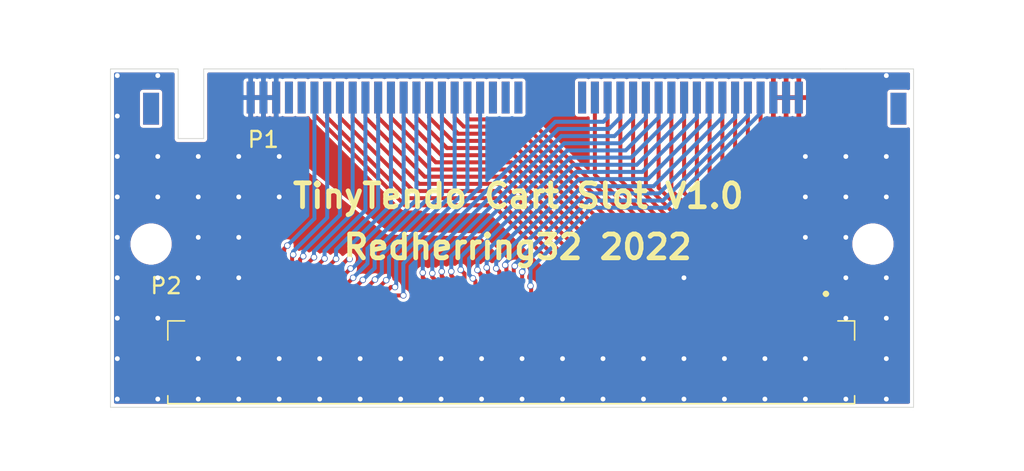
<source format=kicad_pcb>
(kicad_pcb (version 20171130) (host pcbnew "(5.1.10)-1")

  (general
    (thickness 1.6)
    (drawings 13)
    (tracks 419)
    (zones 0)
    (modules 4)
    (nets 87)
  )

  (page A4)
  (layers
    (0 F.Cu signal)
    (31 B.Cu signal)
    (32 B.Adhes user)
    (33 F.Adhes user)
    (34 B.Paste user)
    (35 F.Paste user)
    (36 B.SilkS user)
    (37 F.SilkS user)
    (38 B.Mask user)
    (39 F.Mask user)
    (40 Dwgs.User user)
    (41 Cmts.User user)
    (42 Eco1.User user)
    (43 Eco2.User user)
    (44 Edge.Cuts user)
    (45 Margin user)
    (46 B.CrtYd user)
    (47 F.CrtYd user)
    (48 B.Fab user)
    (49 F.Fab user)
  )

  (setup
    (last_trace_width 0.25)
    (user_trace_width 1)
    (trace_clearance 0.2)
    (zone_clearance 0.2)
    (zone_45_only no)
    (trace_min 0.2)
    (via_size 0.8)
    (via_drill 0.4)
    (via_min_size 0.4)
    (via_min_drill 0.3)
    (user_via 0.4 0.3)
    (uvia_size 0.3)
    (uvia_drill 0.1)
    (uvias_allowed no)
    (uvia_min_size 0.2)
    (uvia_min_drill 0.1)
    (edge_width 0.05)
    (segment_width 0.2)
    (pcb_text_width 0.3)
    (pcb_text_size 1.5 1.5)
    (mod_edge_width 0.12)
    (mod_text_size 1 1)
    (mod_text_width 0.15)
    (pad_size 1.524 1.524)
    (pad_drill 0.762)
    (pad_to_mask_clearance 0)
    (aux_axis_origin 0 0)
    (visible_elements 7FFFFFFF)
    (pcbplotparams
      (layerselection 0x010fc_ffffffff)
      (usegerberextensions false)
      (usegerberattributes true)
      (usegerberadvancedattributes true)
      (creategerberjobfile true)
      (excludeedgelayer true)
      (linewidth 0.100000)
      (plotframeref false)
      (viasonmask false)
      (mode 1)
      (useauxorigin false)
      (hpglpennumber 1)
      (hpglpenspeed 20)
      (hpglpendiameter 15.000000)
      (psnegative false)
      (psa4output false)
      (plotreference true)
      (plotvalue true)
      (plotinvisibletext false)
      (padsonsilk false)
      (subtractmaskfromsilk false)
      (outputformat 1)
      (mirror false)
      (drillshape 0)
      (scaleselection 1)
      (outputdirectory "C:/Users/Redherring32/Documents/TinyTendo.git/trunk/Extract for gerbers/Cart-Slot/"))
  )

  (net 0 "")
  (net 1 /CPU-A7)
  (net 2 /CPU-A9)
  (net 3 /~IRQ)
  (net 4 /CPU-R~W)
  (net 5 /GND)
  (net 6 /CPU-A6)
  (net 7 "Net-(P1-Pad16)")
  (net 8 /CPU-A0)
  (net 9 /CPU-A1)
  (net 10 /CPU-A3)
  (net 11 /CPU-A4)
  (net 12 /CPU-A8)
  (net 13 /CPU-A11)
  (net 14 /CPU-A5)
  (net 15 /CPU-A10)
  (net 16 /CPU-A2)
  (net 17 "Net-(P1-Pad19)")
  (net 18 /PPU-~RD)
  (net 19 /VRAM-A10)
  (net 20 "Net-(P1-Pad20)")
  (net 21 "Net-(P1-Pad18)")
  (net 22 "Net-(P1-Pad17)")
  (net 23 /VRAM-~CE)
  (net 24 /PPU-~WE)
  (net 25 "Net-(P1-Pad55)")
  (net 26 "Net-(P1-Pad54)")
  (net 27 "Net-(P1-Pad53)")
  (net 28 "Net-(P1-Pad52)")
  (net 29 "Net-(P1-Pad51)")
  (net 30 /~ROMSEL)
  (net 31 /CPU-D0)
  (net 32 /CPU-D1)
  (net 33 /CPU-D2)
  (net 34 /CPU-D3)
  (net 35 /CPU-D4)
  (net 36 /CPU-D5)
  (net 37 /CPU-D6)
  (net 38 /CPU-D7)
  (net 39 /CPU-A14)
  (net 40 /CPU-A13)
  (net 41 /CPU-A12)
  (net 42 /M2)
  (net 43 /PPU-~A13)
  (net 44 /PPU-A7)
  (net 45 /PPU-A8)
  (net 46 /PPU-A9)
  (net 47 /PPU-A11)
  (net 48 /PPU-A10)
  (net 49 /PPU-A12)
  (net 50 /PPU-A13)
  (net 51 /PPU-D7)
  (net 52 /PPU-D6)
  (net 53 /PPU-D5)
  (net 54 /PPU-D4)
  (net 55 "Net-(P1-Pad70)")
  (net 56 "Net-(P1-Pad71)")
  (net 57 /PPU-D2)
  (net 58 /PPU-A5)
  (net 59 /PPU-A0)
  (net 60 /PPU-A6)
  (net 61 /PPU-A3)
  (net 62 /PPU-D0)
  (net 63 /PPU-D1)
  (net 64 /PPU-D3)
  (net 65 "Net-(P1-Pad34)")
  (net 66 /VCC)
  (net 67 /PPU-A1)
  (net 68 "Net-(P1-Pad35)")
  (net 69 /PPU-A4)
  (net 70 /PPU-A2)
  (net 71 "Net-(P2-Pad71)")
  (net 72 "Net-(P2-Pad70)")
  (net 73 "Net-(P2-Pad55)")
  (net 74 "Net-(P2-Pad54)")
  (net 75 "Net-(P2-Pad53)")
  (net 76 "Net-(P2-Pad52)")
  (net 77 "Net-(P2-Pad51)")
  (net 78 "Net-(P2-Pad35)")
  (net 79 "Net-(P2-Pad34)")
  (net 80 "Net-(P2-Pad20)")
  (net 81 "Net-(P2-Pad19)")
  (net 82 "Net-(P2-Pad18)")
  (net 83 "Net-(P2-Pad17)")
  (net 84 "Net-(P2-Pad16)")
  (net 85 "Net-(P1-Pad37)")
  (net 86 "Net-(P2-Pad37)")

  (net_class Default "This is the default net class."
    (clearance 0.2)
    (trace_width 0.25)
    (via_dia 0.8)
    (via_drill 0.4)
    (uvia_dia 0.3)
    (uvia_drill 0.1)
    (add_net /CPU-A0)
    (add_net /CPU-A1)
    (add_net /CPU-A10)
    (add_net /CPU-A11)
    (add_net /CPU-A12)
    (add_net /CPU-A13)
    (add_net /CPU-A14)
    (add_net /CPU-A2)
    (add_net /CPU-A3)
    (add_net /CPU-A4)
    (add_net /CPU-A5)
    (add_net /CPU-A6)
    (add_net /CPU-A7)
    (add_net /CPU-A8)
    (add_net /CPU-A9)
    (add_net /CPU-D0)
    (add_net /CPU-D1)
    (add_net /CPU-D2)
    (add_net /CPU-D3)
    (add_net /CPU-D4)
    (add_net /CPU-D5)
    (add_net /CPU-D6)
    (add_net /CPU-D7)
    (add_net /CPU-R~W)
    (add_net /GND)
    (add_net /M2)
    (add_net /PPU-A0)
    (add_net /PPU-A1)
    (add_net /PPU-A10)
    (add_net /PPU-A11)
    (add_net /PPU-A12)
    (add_net /PPU-A13)
    (add_net /PPU-A2)
    (add_net /PPU-A3)
    (add_net /PPU-A4)
    (add_net /PPU-A5)
    (add_net /PPU-A6)
    (add_net /PPU-A7)
    (add_net /PPU-A8)
    (add_net /PPU-A9)
    (add_net /PPU-D0)
    (add_net /PPU-D1)
    (add_net /PPU-D2)
    (add_net /PPU-D3)
    (add_net /PPU-D4)
    (add_net /PPU-D5)
    (add_net /PPU-D6)
    (add_net /PPU-D7)
    (add_net /PPU-~A13)
    (add_net /PPU-~RD)
    (add_net /PPU-~WE)
    (add_net /VCC)
    (add_net /VRAM-A10)
    (add_net /VRAM-~CE)
    (add_net /~IRQ)
    (add_net /~ROMSEL)
    (add_net "Net-(P1-Pad16)")
    (add_net "Net-(P1-Pad17)")
    (add_net "Net-(P1-Pad18)")
    (add_net "Net-(P1-Pad19)")
    (add_net "Net-(P1-Pad20)")
    (add_net "Net-(P1-Pad34)")
    (add_net "Net-(P1-Pad35)")
    (add_net "Net-(P1-Pad37)")
    (add_net "Net-(P1-Pad51)")
    (add_net "Net-(P1-Pad52)")
    (add_net "Net-(P1-Pad53)")
    (add_net "Net-(P1-Pad54)")
    (add_net "Net-(P1-Pad55)")
    (add_net "Net-(P1-Pad70)")
    (add_net "Net-(P1-Pad71)")
    (add_net "Net-(P2-Pad16)")
    (add_net "Net-(P2-Pad17)")
    (add_net "Net-(P2-Pad18)")
    (add_net "Net-(P2-Pad19)")
    (add_net "Net-(P2-Pad20)")
    (add_net "Net-(P2-Pad34)")
    (add_net "Net-(P2-Pad35)")
    (add_net "Net-(P2-Pad37)")
    (add_net "Net-(P2-Pad51)")
    (add_net "Net-(P2-Pad52)")
    (add_net "Net-(P2-Pad53)")
    (add_net "Net-(P2-Pad54)")
    (add_net "Net-(P2-Pad55)")
    (add_net "Net-(P2-Pad70)")
    (add_net "Net-(P2-Pad71)")
  )

  (module TinyTendo:XF3M80151BE (layer F.Cu) (tedit 63066C39) (tstamp 613B3A8A)
    (at 22.5 17.19)
    (descr XF3M-8015-1BE-1)
    (tags Connector)
    (path /613EE4AA)
    (attr smd)
    (fp_text reference P2 (at -21.56 -3.56) (layer F.SilkS)
      (effects (font (size 1 1) (thickness 0.15)))
    )
    (fp_text value "72-Pin Connector" (at 0 -0.15) (layer F.SilkS) hide
      (effects (font (size 1.27 1.27) (thickness 0.254)))
    )
    (fp_line (start 21.65 -1.36) (end -21.45 -1.36) (layer F.Fab) (width 0.2))
    (fp_line (start -21.45 -1.36) (end -21.45 3.84) (layer F.Fab) (width 0.2))
    (fp_line (start -21.45 3.84) (end 21.65 3.84) (layer F.Fab) (width 0.2))
    (fp_line (start 21.65 3.84) (end 21.65 -1.36) (layer F.Fab) (width 0.2))
    (fp_line (start 21.65 -1.36) (end -21.45 -1.36) (layer F.Fab) (width 0.2))
    (fp_line (start -21.45 -1.36) (end -21.45 -2.56) (layer F.Fab) (width 0.2))
    (fp_line (start -21.45 -2.56) (end 21.65 -2.56) (layer F.Fab) (width 0.2))
    (fp_line (start 21.65 -2.56) (end 21.65 -1.36) (layer F.Fab) (width 0.2))
    (fp_line (start 1.85 -2.56) (end -1.65 -2.56) (layer F.Fab) (width 0.2))
    (fp_line (start -1.65 -2.56) (end -1.65 -2.86) (layer F.Fab) (width 0.2))
    (fp_line (start -1.65 -2.86) (end 1.85 -2.86) (layer F.Fab) (width 0.2))
    (fp_line (start 1.85 -2.86) (end 1.85 -2.56) (layer F.Fab) (width 0.2))
    (fp_line (start 23.15 -3.66) (end -22.95 -3.66) (layer F.CrtYd) (width 0.1))
    (fp_line (start -22.95 -3.66) (end -22.95 4.34) (layer F.CrtYd) (width 0.1))
    (fp_line (start -22.95 4.34) (end 23.15 4.34) (layer F.CrtYd) (width 0.1))
    (fp_line (start 23.15 4.34) (end 23.15 -3.66) (layer F.CrtYd) (width 0.1))
    (fp_line (start 19.95 -3.06) (end 19.95 -3.06) (layer F.SilkS) (width 0.2))
    (fp_line (start 19.75 -3.06) (end 19.75 -3.06) (layer F.SilkS) (width 0.2))
    (fp_line (start -20.4 -1.36) (end -21.45 -1.36) (layer F.SilkS) (width 0.1))
    (fp_line (start -21.45 -1.36) (end -21.45 -0.16) (layer F.SilkS) (width 0.1))
    (fp_line (start 20.6 -1.36) (end 21.65 -1.36) (layer F.SilkS) (width 0.1))
    (fp_line (start 21.65 -1.36) (end 21.65 -0.16) (layer F.SilkS) (width 0.1))
    (fp_line (start 21.65 3.34) (end 21.65 3.84) (layer F.SilkS) (width 0.1))
    (fp_line (start 21.65 3.84) (end -21.45 3.84) (layer F.SilkS) (width 0.1))
    (fp_line (start -21.45 3.84) (end -21.45 3.34) (layer F.SilkS) (width 0.1))
    (fp_arc (start 19.85 -3.06) (end 19.75 -3.06) (angle 180) (layer F.SilkS) (width 0.2))
    (fp_arc (start 19.85 -3.06) (end 19.95 -3.06) (angle 180) (layer F.SilkS) (width 0.2))
    (fp_text user %R (at 0 -0.15) (layer F.Fab)
      (effects (font (size 1.27 1.27) (thickness 0.254)))
    )
    (pad MP2 smd rect (at -21.55 1.5) (size 1.8 2.2) (layers F.Cu F.Paste F.Mask))
    (pad MP1 smd rect (at 21.75 1.5) (size 1.8 2.2) (layers F.Cu F.Paste F.Mask))
    (pad 80 smd rect (at -19.65 -1.75) (size 0.3 1.3) (layers F.Cu F.Paste F.Mask))
    (pad 79 smd rect (at -19.15 -1.75) (size 0.3 1.3) (layers F.Cu F.Paste F.Mask))
    (pad 78 smd rect (at -18.65 -1.75) (size 0.3 1.3) (layers F.Cu F.Paste F.Mask))
    (pad 77 smd rect (at -18.15 -1.75) (size 0.3 1.3) (layers F.Cu F.Paste F.Mask))
    (pad 76 smd rect (at -17.65 -1.75) (size 0.3 1.3) (layers F.Cu F.Paste F.Mask))
    (pad 75 smd rect (at -17.15 -1.75) (size 0.3 1.3) (layers F.Cu F.Paste F.Mask))
    (pad 74 smd rect (at -16.65 -1.75) (size 0.3 1.3) (layers F.Cu F.Paste F.Mask))
    (pad 73 smd rect (at -16.15 -1.75) (size 0.3 1.3) (layers F.Cu F.Paste F.Mask))
    (pad 72 smd rect (at -15.65 -1.75) (size 0.3 1.3) (layers F.Cu F.Paste F.Mask)
      (net 5 /GND))
    (pad 71 smd rect (at -15.15 -1.75) (size 0.3 1.3) (layers F.Cu F.Paste F.Mask)
      (net 71 "Net-(P2-Pad71)"))
    (pad 70 smd rect (at -14.65 -1.75) (size 0.3 1.3) (layers F.Cu F.Paste F.Mask)
      (net 72 "Net-(P2-Pad70)"))
    (pad 69 smd rect (at -14.15 -1.75) (size 0.3 1.3) (layers F.Cu F.Paste F.Mask)
      (net 54 /PPU-D4))
    (pad 68 smd rect (at -13.65 -1.75) (size 0.3 1.3) (layers F.Cu F.Paste F.Mask)
      (net 53 /PPU-D5))
    (pad 67 smd rect (at -13.15 -1.75) (size 0.3 1.3) (layers F.Cu F.Paste F.Mask)
      (net 52 /PPU-D6))
    (pad 66 smd rect (at -12.65 -1.75) (size 0.3 1.3) (layers F.Cu F.Paste F.Mask)
      (net 51 /PPU-D7))
    (pad 65 smd rect (at -12.15 -1.75) (size 0.3 1.3) (layers F.Cu F.Paste F.Mask)
      (net 50 /PPU-A13))
    (pad 64 smd rect (at -11.65 -1.75) (size 0.3 1.3) (layers F.Cu F.Paste F.Mask)
      (net 49 /PPU-A12))
    (pad 63 smd rect (at -11.15 -1.75) (size 0.3 1.3) (layers F.Cu F.Paste F.Mask)
      (net 48 /PPU-A10))
    (pad 62 smd rect (at -10.65 -1.75) (size 0.3 1.3) (layers F.Cu F.Paste F.Mask)
      (net 47 /PPU-A11))
    (pad 61 smd rect (at -10.15 -1.75) (size 0.3 1.3) (layers F.Cu F.Paste F.Mask)
      (net 46 /PPU-A9))
    (pad 60 smd rect (at -9.65 -1.75) (size 0.3 1.3) (layers F.Cu F.Paste F.Mask)
      (net 45 /PPU-A8))
    (pad 59 smd rect (at -9.15 -1.75) (size 0.3 1.3) (layers F.Cu F.Paste F.Mask)
      (net 44 /PPU-A7))
    (pad 58 smd rect (at -8.65 -1.75) (size 0.3 1.3) (layers F.Cu F.Paste F.Mask)
      (net 43 /PPU-~A13))
    (pad 57 smd rect (at -8.15 -1.75) (size 0.3 1.3) (layers F.Cu F.Paste F.Mask)
      (net 23 /VRAM-~CE))
    (pad 56 smd rect (at -7.65 -1.75) (size 0.3 1.3) (layers F.Cu F.Paste F.Mask)
      (net 24 /PPU-~WE))
    (pad 55 smd rect (at -7.15 -1.75) (size 0.3 1.3) (layers F.Cu F.Paste F.Mask)
      (net 73 "Net-(P2-Pad55)"))
    (pad 54 smd rect (at -6.65 -1.75) (size 0.3 1.3) (layers F.Cu F.Paste F.Mask)
      (net 74 "Net-(P2-Pad54)"))
    (pad 53 smd rect (at -6.15 -1.75) (size 0.3 1.3) (layers F.Cu F.Paste F.Mask)
      (net 75 "Net-(P2-Pad53)"))
    (pad 52 smd rect (at -5.65 -1.75) (size 0.3 1.3) (layers F.Cu F.Paste F.Mask)
      (net 76 "Net-(P2-Pad52)"))
    (pad 51 smd rect (at -5.15 -1.75) (size 0.3 1.3) (layers F.Cu F.Paste F.Mask)
      (net 77 "Net-(P2-Pad51)"))
    (pad 50 smd rect (at -4.65 -1.75) (size 0.3 1.3) (layers F.Cu F.Paste F.Mask)
      (net 30 /~ROMSEL))
    (pad 49 smd rect (at -4.15 -1.75) (size 0.3 1.3) (layers F.Cu F.Paste F.Mask)
      (net 31 /CPU-D0))
    (pad 48 smd rect (at -3.65 -1.75) (size 0.3 1.3) (layers F.Cu F.Paste F.Mask)
      (net 32 /CPU-D1))
    (pad 47 smd rect (at -3.15 -1.75) (size 0.3 1.3) (layers F.Cu F.Paste F.Mask)
      (net 33 /CPU-D2))
    (pad 46 smd rect (at -2.65 -1.75) (size 0.3 1.3) (layers F.Cu F.Paste F.Mask)
      (net 34 /CPU-D3))
    (pad 45 smd rect (at -2.15 -1.75) (size 0.3 1.3) (layers F.Cu F.Paste F.Mask)
      (net 35 /CPU-D4))
    (pad 44 smd rect (at -1.65 -1.75) (size 0.3 1.3) (layers F.Cu F.Paste F.Mask)
      (net 36 /CPU-D5))
    (pad 43 smd rect (at -1.15 -1.75) (size 0.3 1.3) (layers F.Cu F.Paste F.Mask)
      (net 37 /CPU-D6))
    (pad 42 smd rect (at -0.65 -1.75) (size 0.3 1.3) (layers F.Cu F.Paste F.Mask)
      (net 38 /CPU-D7))
    (pad 41 smd rect (at -0.15 -1.75) (size 0.3 1.3) (layers F.Cu F.Paste F.Mask)
      (net 39 /CPU-A14))
    (pad 40 smd rect (at 0.35 -1.75) (size 0.3 1.3) (layers F.Cu F.Paste F.Mask)
      (net 40 /CPU-A13))
    (pad 39 smd rect (at 0.85 -1.75) (size 0.3 1.3) (layers F.Cu F.Paste F.Mask)
      (net 41 /CPU-A12))
    (pad 38 smd rect (at 1.35 -1.75) (size 0.3 1.3) (layers F.Cu F.Paste F.Mask)
      (net 42 /M2))
    (pad 37 smd rect (at 1.85 -1.75) (size 0.3 1.3) (layers F.Cu F.Paste F.Mask)
      (net 86 "Net-(P2-Pad37)"))
    (pad 36 smd rect (at 2.35 -1.75) (size 0.3 1.3) (layers F.Cu F.Paste F.Mask)
      (net 66 /VCC))
    (pad 35 smd rect (at 2.85 -1.75) (size 0.3 1.3) (layers F.Cu F.Paste F.Mask)
      (net 78 "Net-(P2-Pad35)"))
    (pad 34 smd rect (at 3.35 -1.75) (size 0.3 1.3) (layers F.Cu F.Paste F.Mask)
      (net 79 "Net-(P2-Pad34)"))
    (pad 33 smd rect (at 3.85 -1.75) (size 0.3 1.3) (layers F.Cu F.Paste F.Mask)
      (net 64 /PPU-D3))
    (pad 32 smd rect (at 4.35 -1.75) (size 0.3 1.3) (layers F.Cu F.Paste F.Mask)
      (net 57 /PPU-D2))
    (pad 31 smd rect (at 4.85 -1.75) (size 0.3 1.3) (layers F.Cu F.Paste F.Mask)
      (net 63 /PPU-D1))
    (pad 30 smd rect (at 5.35 -1.75) (size 0.3 1.3) (layers F.Cu F.Paste F.Mask)
      (net 62 /PPU-D0))
    (pad 29 smd rect (at 5.85 -1.75) (size 0.3 1.3) (layers F.Cu F.Paste F.Mask)
      (net 59 /PPU-A0))
    (pad 28 smd rect (at 6.35 -1.75) (size 0.3 1.3) (layers F.Cu F.Paste F.Mask)
      (net 67 /PPU-A1))
    (pad 27 smd rect (at 6.85 -1.75) (size 0.3 1.3) (layers F.Cu F.Paste F.Mask)
      (net 70 /PPU-A2))
    (pad 26 smd rect (at 7.35 -1.75) (size 0.3 1.3) (layers F.Cu F.Paste F.Mask)
      (net 61 /PPU-A3))
    (pad 25 smd rect (at 7.85 -1.75) (size 0.3 1.3) (layers F.Cu F.Paste F.Mask)
      (net 69 /PPU-A4))
    (pad 24 smd rect (at 8.35 -1.75) (size 0.3 1.3) (layers F.Cu F.Paste F.Mask)
      (net 58 /PPU-A5))
    (pad 23 smd rect (at 8.85 -1.75) (size 0.3 1.3) (layers F.Cu F.Paste F.Mask)
      (net 60 /PPU-A6))
    (pad 22 smd rect (at 9.35 -1.75) (size 0.3 1.3) (layers F.Cu F.Paste F.Mask)
      (net 19 /VRAM-A10))
    (pad 21 smd rect (at 9.85 -1.75) (size 0.3 1.3) (layers F.Cu F.Paste F.Mask)
      (net 18 /PPU-~RD))
    (pad 20 smd rect (at 10.35 -1.75) (size 0.3 1.3) (layers F.Cu F.Paste F.Mask)
      (net 80 "Net-(P2-Pad20)"))
    (pad 19 smd rect (at 10.85 -1.75) (size 0.3 1.3) (layers F.Cu F.Paste F.Mask)
      (net 81 "Net-(P2-Pad19)"))
    (pad 18 smd rect (at 11.35 -1.75) (size 0.3 1.3) (layers F.Cu F.Paste F.Mask)
      (net 82 "Net-(P2-Pad18)"))
    (pad 17 smd rect (at 11.85 -1.75) (size 0.3 1.3) (layers F.Cu F.Paste F.Mask)
      (net 83 "Net-(P2-Pad17)"))
    (pad 16 smd rect (at 12.35 -1.75) (size 0.3 1.3) (layers F.Cu F.Paste F.Mask)
      (net 84 "Net-(P2-Pad16)"))
    (pad 15 smd rect (at 12.85 -1.75) (size 0.3 1.3) (layers F.Cu F.Paste F.Mask)
      (net 3 /~IRQ))
    (pad 14 smd rect (at 13.35 -1.75) (size 0.3 1.3) (layers F.Cu F.Paste F.Mask)
      (net 4 /CPU-R~W))
    (pad 13 smd rect (at 13.85 -1.75) (size 0.3 1.3) (layers F.Cu F.Paste F.Mask)
      (net 8 /CPU-A0))
    (pad 12 smd rect (at 14.35 -1.75) (size 0.3 1.3) (layers F.Cu F.Paste F.Mask)
      (net 9 /CPU-A1))
    (pad 11 smd rect (at 14.85 -1.75) (size 0.3 1.3) (layers F.Cu F.Paste F.Mask)
      (net 16 /CPU-A2))
    (pad 10 smd rect (at 15.35 -1.75) (size 0.3 1.3) (layers F.Cu F.Paste F.Mask)
      (net 10 /CPU-A3))
    (pad 9 smd rect (at 15.85 -1.75) (size 0.3 1.3) (layers F.Cu F.Paste F.Mask)
      (net 11 /CPU-A4))
    (pad 8 smd rect (at 16.35 -1.75) (size 0.3 1.3) (layers F.Cu F.Paste F.Mask)
      (net 14 /CPU-A5))
    (pad 7 smd rect (at 16.85 -1.75) (size 0.3 1.3) (layers F.Cu F.Paste F.Mask)
      (net 6 /CPU-A6))
    (pad 6 smd rect (at 17.35 -1.75) (size 0.3 1.3) (layers F.Cu F.Paste F.Mask)
      (net 1 /CPU-A7))
    (pad 5 smd rect (at 17.85 -1.75) (size 0.3 1.3) (layers F.Cu F.Paste F.Mask)
      (net 12 /CPU-A8))
    (pad 4 smd rect (at 18.35 -1.75) (size 0.3 1.3) (layers F.Cu F.Paste F.Mask)
      (net 2 /CPU-A9))
    (pad 3 smd rect (at 18.85 -1.75) (size 0.3 1.3) (layers F.Cu F.Paste F.Mask)
      (net 15 /CPU-A10))
    (pad 2 smd rect (at 19.35 -1.75) (size 0.3 1.3) (layers F.Cu F.Paste F.Mask)
      (net 13 /CPU-A11))
    (pad 1 smd rect (at 19.85 -1.75) (size 0.3 1.3) (layers F.Cu F.Paste F.Mask)
      (net 5 /GND))
  )

  (module "TinyTendo:Cart Slot" (layer F.Cu) (tedit 613A8A98) (tstamp 613B4431)
    (at 6.25 1.8)
    (path /5D838060)
    (fp_text reference P1 (at 0.79 2.64) (layer F.SilkS)
      (effects (font (size 1 1) (thickness 0.15)))
    )
    (fp_text value "72-Pin Connector" (at 0 -2.3) (layer F.Fab)
      (effects (font (size 1 1) (thickness 0.15)))
    )
    (pad 73 connect rect (at 40.65 0.7 180) (size 1 2) (layers B.Cu B.Mask))
    (pad 73 connect rect (at -6.25 0.7 180) (size 1 2) (layers B.Cu B.Mask))
    (pad 1 smd rect (at 34.4 0) (size 0.5 2) (layers F.Cu F.Paste F.Mask)
      (net 5 /GND))
    (pad 73 connect rect (at -6.25 0.7) (size 1 2) (layers F.Cu F.Mask))
    (pad 73 connect rect (at 40.65 0.7) (size 1 2) (layers F.Cu F.Mask))
    (pad 17 smd rect (at 16.8 0) (size 0.5 2) (layers F.Cu F.Paste F.Mask)
      (net 22 "Net-(P1-Pad17)"))
    (pad 18 smd rect (at 16 0) (size 0.5 2) (layers F.Cu F.Paste F.Mask)
      (net 21 "Net-(P1-Pad18)"))
    (pad 19 smd rect (at 15.2 0) (size 0.5 2) (layers F.Cu F.Paste F.Mask)
      (net 17 "Net-(P1-Pad19)"))
    (pad 20 smd rect (at 14.4 0) (size 0.5 2) (layers F.Cu F.Paste F.Mask)
      (net 20 "Net-(P1-Pad20)"))
    (pad 21 smd rect (at 13.6 0) (size 0.5 2) (layers F.Cu F.Paste F.Mask)
      (net 18 /PPU-~RD))
    (pad 22 smd rect (at 12.8 0) (size 0.5 2) (layers F.Cu F.Paste F.Mask)
      (net 19 /VRAM-A10))
    (pad 23 smd rect (at 12 0) (size 0.5 2) (layers F.Cu F.Paste F.Mask)
      (net 60 /PPU-A6))
    (pad 24 smd rect (at 11.2 0) (size 0.5 2) (layers F.Cu F.Paste F.Mask)
      (net 58 /PPU-A5))
    (pad 25 smd rect (at 10.4 0) (size 0.5 2) (layers F.Cu F.Paste F.Mask)
      (net 69 /PPU-A4))
    (pad 26 smd rect (at 9.6 0) (size 0.5 2) (layers F.Cu F.Paste F.Mask)
      (net 61 /PPU-A3))
    (pad 27 smd rect (at 8.8 0) (size 0.5 2) (layers F.Cu F.Paste F.Mask)
      (net 70 /PPU-A2))
    (pad 28 smd rect (at 8 0) (size 0.5 2) (layers F.Cu F.Paste F.Mask)
      (net 67 /PPU-A1))
    (pad 29 smd rect (at 7.2 0) (size 0.5 2) (layers F.Cu F.Paste F.Mask)
      (net 59 /PPU-A0))
    (pad 30 smd rect (at 6.4 0) (size 0.5 2) (layers F.Cu F.Paste F.Mask)
      (net 62 /PPU-D0))
    (pad 31 smd rect (at 5.6 0) (size 0.5 2) (layers F.Cu F.Paste F.Mask)
      (net 63 /PPU-D1))
    (pad 32 smd rect (at 4.8 0) (size 0.5 2) (layers F.Cu F.Paste F.Mask)
      (net 57 /PPU-D2))
    (pad 33 smd rect (at 4 0) (size 0.5 2) (layers F.Cu F.Paste F.Mask)
      (net 64 /PPU-D3))
    (pad 34 smd rect (at 3.2 0) (size 0.5 2) (layers F.Cu F.Paste F.Mask)
      (net 65 "Net-(P1-Pad34)"))
    (pad 35 smd rect (at 2.4 0) (size 0.5 2) (layers F.Cu F.Paste F.Mask)
      (net 68 "Net-(P1-Pad35)"))
    (pad 36 smd rect (at 1.6 0) (size 0.5 2) (layers F.Cu F.Paste F.Mask)
      (net 66 /VCC))
    (pad 36 smd rect (at 0.8 0) (size 0.5 2) (layers F.Cu F.Paste F.Mask)
      (net 66 /VCC))
    (pad 36 smd rect (at 0 0) (size 0.5 2) (layers F.Cu F.Paste F.Mask)
      (net 66 /VCC))
    (pad 1 smd rect (at 33.6 0) (size 0.5 2) (layers F.Cu F.Paste F.Mask)
      (net 5 /GND))
    (pad 1 smd rect (at 32.8 0) (size 0.5 2) (layers F.Cu F.Paste F.Mask)
      (net 5 /GND))
    (pad 2 smd rect (at 32 0) (size 0.5 2) (layers F.Cu F.Paste F.Mask)
      (net 13 /CPU-A11))
    (pad 3 smd rect (at 31.2 0) (size 0.5 2) (layers F.Cu F.Paste F.Mask)
      (net 15 /CPU-A10))
    (pad 4 smd rect (at 30.4 0) (size 0.5 2) (layers F.Cu F.Paste F.Mask)
      (net 2 /CPU-A9))
    (pad 5 smd rect (at 29.6 0) (size 0.5 2) (layers F.Cu F.Paste F.Mask)
      (net 12 /CPU-A8))
    (pad 6 smd rect (at 28.8 0) (size 0.5 2) (layers F.Cu F.Paste F.Mask)
      (net 1 /CPU-A7))
    (pad 7 smd rect (at 28 0) (size 0.5 2) (layers F.Cu F.Paste F.Mask)
      (net 6 /CPU-A6))
    (pad 8 smd rect (at 27.2 0) (size 0.5 2) (layers F.Cu F.Paste F.Mask)
      (net 14 /CPU-A5))
    (pad 9 smd rect (at 26.4 0) (size 0.5 2) (layers F.Cu F.Paste F.Mask)
      (net 11 /CPU-A4))
    (pad 10 smd rect (at 25.6 0) (size 0.5 2) (layers F.Cu F.Paste F.Mask)
      (net 10 /CPU-A3))
    (pad 11 smd rect (at 24.8 0) (size 0.5 2) (layers F.Cu F.Paste F.Mask)
      (net 16 /CPU-A2))
    (pad 12 smd rect (at 24 0) (size 0.5 2) (layers F.Cu F.Paste F.Mask)
      (net 9 /CPU-A1))
    (pad 13 smd rect (at 23.2 0) (size 0.5 2) (layers F.Cu F.Paste F.Mask)
      (net 8 /CPU-A0))
    (pad 14 smd rect (at 22.4 0) (size 0.5 2) (layers F.Cu F.Paste F.Mask)
      (net 4 /CPU-R~W))
    (pad 15 smd rect (at 21.6 0) (size 0.5 2) (layers F.Cu F.Paste F.Mask)
      (net 3 /~IRQ))
    (pad 16 smd rect (at 20.8 0) (size 0.5 2) (layers F.Cu F.Paste F.Mask)
      (net 7 "Net-(P1-Pad16)"))
    (pad 37 smd rect (at 34.4 0) (size 0.5 2) (layers B.Cu B.Paste B.Mask)
      (net 85 "Net-(P1-Pad37)"))
    (pad 58 smd rect (at 12.8 0) (size 0.5 2) (layers B.Cu B.Paste B.Mask)
      (net 43 /PPU-~A13))
    (pad 54 smd rect (at 16 0) (size 0.5 2) (layers B.Cu B.Paste B.Mask)
      (net 26 "Net-(P1-Pad54)"))
    (pad 56 smd rect (at 14.4 0) (size 0.5 2) (layers B.Cu B.Paste B.Mask)
      (net 24 /PPU-~WE))
    (pad 59 smd rect (at 12 0) (size 0.5 2) (layers B.Cu B.Paste B.Mask)
      (net 44 /PPU-A7))
    (pad 60 smd rect (at 11.2 0) (size 0.5 2) (layers B.Cu B.Paste B.Mask)
      (net 45 /PPU-A8))
    (pad 63 smd rect (at 8.8 0) (size 0.5 2) (layers B.Cu B.Paste B.Mask)
      (net 48 /PPU-A10))
    (pad 66 smd rect (at 6.4 0) (size 0.5 2) (layers B.Cu B.Paste B.Mask)
      (net 51 /PPU-D7))
    (pad 67 smd rect (at 5.6 0) (size 0.5 2) (layers B.Cu B.Paste B.Mask)
      (net 52 /PPU-D6))
    (pad 62 smd rect (at 9.6 0) (size 0.5 2) (layers B.Cu B.Paste B.Mask)
      (net 47 /PPU-A11))
    (pad 68 smd rect (at 4.8 0) (size 0.5 2) (layers B.Cu B.Paste B.Mask)
      (net 53 /PPU-D5))
    (pad 69 smd rect (at 4 0) (size 0.5 2) (layers B.Cu B.Paste B.Mask)
      (net 54 /PPU-D4))
    (pad 70 smd rect (at 3.2 0) (size 0.5 2) (layers B.Cu B.Paste B.Mask)
      (net 55 "Net-(P1-Pad70)"))
    (pad 55 smd rect (at 15.2 0) (size 0.5 2) (layers B.Cu B.Paste B.Mask)
      (net 25 "Net-(P1-Pad55)"))
    (pad 53 smd rect (at 16.8 0) (size 0.5 2) (layers B.Cu B.Paste B.Mask)
      (net 27 "Net-(P1-Pad53)"))
    (pad 64 smd rect (at 8 0) (size 0.5 2) (layers B.Cu B.Paste B.Mask)
      (net 49 /PPU-A12))
    (pad 65 smd rect (at 7.2 0) (size 0.5 2) (layers B.Cu B.Paste B.Mask)
      (net 50 /PPU-A13))
    (pad 57 smd rect (at 13.6 0) (size 0.5 2) (layers B.Cu B.Paste B.Mask)
      (net 23 /VRAM-~CE))
    (pad 61 smd rect (at 10.4 0) (size 0.5 2) (layers B.Cu B.Paste B.Mask)
      (net 46 /PPU-A9))
    (pad 72 smd rect (at 0 0) (size 0.5 2) (layers B.Cu B.Paste B.Mask)
      (net 5 /GND))
    (pad 72 smd rect (at 0.8 0) (size 0.5 2) (layers B.Cu B.Paste B.Mask)
      (net 5 /GND))
    (pad 37 smd rect (at 32.8 0) (size 0.5 2) (layers B.Cu B.Paste B.Mask)
      (net 85 "Net-(P1-Pad37)"))
    (pad 71 smd rect (at 2.4 0) (size 0.5 2) (layers B.Cu B.Paste B.Mask)
      (net 56 "Net-(P1-Pad71)"))
    (pad 72 smd rect (at 1.6 0) (size 0.5 2) (layers B.Cu B.Paste B.Mask)
      (net 5 /GND))
    (pad 40 smd rect (at 30.4 0) (size 0.5 2) (layers B.Cu B.Paste B.Mask)
      (net 40 /CPU-A13))
    (pad 42 smd rect (at 28.8 0) (size 0.5 2) (layers B.Cu B.Paste B.Mask)
      (net 38 /CPU-D7))
    (pad 43 smd rect (at 28 0) (size 0.5 2) (layers B.Cu B.Paste B.Mask)
      (net 37 /CPU-D6))
    (pad 45 smd rect (at 26.4 0) (size 0.5 2) (layers B.Cu B.Paste B.Mask)
      (net 35 /CPU-D4))
    (pad 38 smd rect (at 32 0) (size 0.5 2) (layers B.Cu B.Paste B.Mask)
      (net 42 /M2))
    (pad 44 smd rect (at 27.2 0) (size 0.5 2) (layers B.Cu B.Paste B.Mask)
      (net 36 /CPU-D5))
    (pad 46 smd rect (at 25.6 0) (size 0.5 2) (layers B.Cu B.Paste B.Mask)
      (net 34 /CPU-D3))
    (pad 41 smd rect (at 29.6 0) (size 0.5 2) (layers B.Cu B.Paste B.Mask)
      (net 39 /CPU-A14))
    (pad 39 smd rect (at 31.2 0) (size 0.5 2) (layers B.Cu B.Paste B.Mask)
      (net 41 /CPU-A12))
    (pad 52 smd rect (at 20.8 0) (size 0.5 2) (layers B.Cu B.Paste B.Mask)
      (net 28 "Net-(P1-Pad52)"))
    (pad 50 smd rect (at 22.4 0) (size 0.5 2) (layers B.Cu B.Paste B.Mask)
      (net 30 /~ROMSEL))
    (pad 48 smd rect (at 24 0) (size 0.5 2) (layers B.Cu B.Paste B.Mask)
      (net 32 /CPU-D1))
    (pad 37 smd rect (at 33.6 0) (size 0.5 2) (layers B.Cu B.Paste B.Mask)
      (net 85 "Net-(P1-Pad37)"))
    (pad 49 smd rect (at 23.2 0) (size 0.5 2) (layers B.Cu B.Paste B.Mask)
      (net 31 /CPU-D0))
    (pad 47 smd rect (at 24.8 0) (size 0.5 2) (layers B.Cu B.Paste B.Mask)
      (net 33 /CPU-D2))
    (pad 51 smd rect (at 21.6 0) (size 0.5 2) (layers B.Cu B.Paste B.Mask)
      (net 29 "Net-(P1-Pad51)"))
    (model C:/Users/Redherring32/Downloads/PARTserver22021081723050100449065d0b6156e/HSEC8-140-01-S-D-EM2.stp
      (offset (xyz 17.2 5 -0.85))
      (scale (xyz 1 1 1))
      (rotate (xyz 0 0 0))
    )
  )

  (module MountingHole:MountingHole_2.2mm_M2 (layer F.Cu) (tedit 56D1B4CB) (tstamp 613B6682)
    (at 45.3 11)
    (descr "Mounting Hole 2.2mm, no annular, M2")
    (tags "mounting hole 2.2mm no annular m2")
    (attr virtual)
    (fp_text reference " " (at 0 -3.2) (layer F.SilkS)
      (effects (font (size 1 1) (thickness 0.15)))
    )
    (fp_text value MountingHole_2.2mm_M2 (at 0 3.2) (layer F.Fab)
      (effects (font (size 1 1) (thickness 0.15)))
    )
    (fp_circle (center 0 0) (end 2.45 0) (layer F.CrtYd) (width 0.05))
    (fp_circle (center 0 0) (end 2.2 0) (layer Cmts.User) (width 0.15))
    (fp_text user %R (at 0.3 0) (layer F.Fab)
      (effects (font (size 1 1) (thickness 0.15)))
    )
    (pad 1 np_thru_hole circle (at 0 0) (size 2.2 2.2) (drill 2.2) (layers *.Cu *.Mask))
  )

  (module MountingHole:MountingHole_2.2mm_M2 (layer F.Cu) (tedit 56D1B4CB) (tstamp 613B665E)
    (at 0 11)
    (descr "Mounting Hole 2.2mm, no annular, M2")
    (tags "mounting hole 2.2mm no annular m2")
    (attr virtual)
    (fp_text reference " " (at 0 -3.2) (layer F.SilkS)
      (effects (font (size 1 1) (thickness 0.15)))
    )
    (fp_text value MountingHole_2.2mm_M2 (at 0 3.2) (layer F.Fab)
      (effects (font (size 1 1) (thickness 0.15)))
    )
    (fp_circle (center 0 0) (end 2.45 0) (layer F.CrtYd) (width 0.05))
    (fp_circle (center 0 0) (end 2.2 0) (layer Cmts.User) (width 0.15))
    (fp_text user %R (at 0.3 0) (layer F.Fab)
      (effects (font (size 1 1) (thickness 0.15)))
    )
    (pad 1 np_thru_hole circle (at 0 0) (size 2.2 2.2) (drill 2.2) (layers *.Cu *.Mask))
  )

  (gr_text "Redherring32 2022\n" (at 23 11.19) (layer F.SilkS)
    (effects (font (size 1.5 1.5) (thickness 0.3)))
  )
  (gr_text "TinyTendo Cart Slot V1.0" (at 23.04 7.98) (layer F.SilkS)
    (effects (font (size 1.5 1.5) (thickness 0.3)))
  )
  (gr_line (start 42 0) (end 43.6 0) (layer Edge.Cuts) (width 0.05) (tstamp 613B8EC7))
  (gr_line (start 47.85 21.26) (end 47.85 0) (layer Edge.Cuts) (width 0.05) (tstamp 613B46C5))
  (gr_line (start -2.55 21.26) (end 47.85 21.26) (layer Edge.Cuts) (width 0.05))
  (gr_line (start -2.55 0) (end -2.55 21.26) (layer Edge.Cuts) (width 0.05))
  (gr_line (start 42 0) (end 3.3 0) (layer Edge.Cuts) (width 0.05) (tstamp 613B38F4))
  (gr_line (start 47.85 0) (end 43.6 0) (layer Edge.Cuts) (width 0.05) (tstamp 613B38B7))
  (gr_line (start -2.55 0) (end 1.7 0) (layer Edge.Cuts) (width 0.05) (tstamp 613B38B2))
  (gr_line (start 3.3 4.374) (end 3.3 0) (layer Edge.Cuts) (width 0.05))
  (gr_line (start 1.7 4.375) (end 3.3 4.374) (layer Edge.Cuts) (width 0.05))
  (gr_line (start 1.7 4.37) (end 1.7 4.375) (layer Edge.Cuts) (width 0.05))
  (gr_line (start 1.7 0) (end 1.7 4.37) (layer Edge.Cuts) (width 0.05))

  (segment (start 39.85 15.295) (end 39.85 12.92231) (width 0.25) (layer F.Cu) (net 1))
  (segment (start 35.05 8.12231) (end 35.05 1.8) (width 0.25) (layer F.Cu) (net 1))
  (segment (start 39.85 12.92231) (end 35.05 8.12231) (width 0.25) (layer F.Cu) (net 1))
  (segment (start 40.85 15.295) (end 40.85 12.64949) (width 0.25) (layer F.Cu) (net 2))
  (segment (start 36.65 8.44949) (end 36.65 1.8) (width 0.25) (layer F.Cu) (net 2))
  (segment (start 40.85 12.64949) (end 36.65 8.44949) (width 0.25) (layer F.Cu) (net 2))
  (segment (start 35.35 15.295) (end 35.35 14.15) (width 0.25) (layer F.Cu) (net 3))
  (segment (start 27.85 6.65) (end 27.85 1.8) (width 0.25) (layer F.Cu) (net 3))
  (segment (start 35.35 14.15) (end 27.85 6.65) (width 0.25) (layer F.Cu) (net 3))
  (segment (start 35.85 15.295) (end 35.85 14.01359) (width 0.25) (layer F.Cu) (net 4))
  (segment (start 28.65 6.81359) (end 28.65 1.8) (width 0.25) (layer F.Cu) (net 4))
  (segment (start 35.85 14.01359) (end 28.65 6.81359) (width 0.25) (layer F.Cu) (net 4))
  (via (at -2.12 0.42) (size 0.4) (drill 0.3) (layers F.Cu B.Cu) (net 5))
  (via (at 0.42 0.42) (size 0.4) (drill 0.3) (layers F.Cu B.Cu) (net 5) (tstamp 613B66A7))
  (via (at 46.14 0.42) (size 0.4) (drill 0.3) (layers F.Cu B.Cu) (net 5) (tstamp 613B66CB))
  (via (at -2.12 2.96) (size 0.4) (drill 0.3) (layers F.Cu B.Cu) (net 5) (tstamp 613B66E1))
  (via (at -2.12 5.5) (size 0.4) (drill 0.3) (layers F.Cu B.Cu) (net 5) (tstamp 613B671D))
  (via (at 0.42 5.5) (size 0.4) (drill 0.3) (layers F.Cu B.Cu) (net 5) (tstamp 613B671F))
  (via (at 2.96 5.5) (size 0.4) (drill 0.3) (layers F.Cu B.Cu) (net 5) (tstamp 613B6721))
  (via (at 5.5 5.5) (size 0.4) (drill 0.3) (layers F.Cu B.Cu) (net 5) (tstamp 613B6723))
  (via (at 8.04 5.5) (size 0.4) (drill 0.3) (layers F.Cu B.Cu) (net 5) (tstamp 613B6725))
  (via (at 41.06 5.5) (size 0.4) (drill 0.3) (layers F.Cu B.Cu) (net 5) (tstamp 613B673F))
  (via (at 43.6 5.5) (size 0.4) (drill 0.3) (layers F.Cu B.Cu) (net 5) (tstamp 613B6741))
  (via (at 46.14 5.5) (size 0.4) (drill 0.3) (layers F.Cu B.Cu) (net 5) (tstamp 613B6743))
  (via (at -2.12 8.04) (size 0.4) (drill 0.3) (layers F.Cu B.Cu) (net 5) (tstamp 613B6759))
  (via (at 0.42 8.04) (size 0.4) (drill 0.3) (layers F.Cu B.Cu) (net 5) (tstamp 613B675B))
  (via (at 2.96 8.04) (size 0.4) (drill 0.3) (layers F.Cu B.Cu) (net 5) (tstamp 613B675D))
  (via (at 5.5 8.04) (size 0.4) (drill 0.3) (layers F.Cu B.Cu) (net 5) (tstamp 613B675F))
  (via (at 8.04 8.04) (size 0.4) (drill 0.3) (layers F.Cu B.Cu) (net 5) (tstamp 613B6761))
  (via (at 41.06 8.04) (size 0.4) (drill 0.3) (layers F.Cu B.Cu) (net 5) (tstamp 613B677B))
  (via (at 43.6 8.04) (size 0.4) (drill 0.3) (layers F.Cu B.Cu) (net 5) (tstamp 613B677D))
  (via (at 46.14 8.04) (size 0.4) (drill 0.3) (layers F.Cu B.Cu) (net 5) (tstamp 613B677F))
  (via (at -2.12 10.58) (size 0.4) (drill 0.3) (layers F.Cu B.Cu) (net 5) (tstamp 613B6795))
  (via (at 2.96 10.58) (size 0.4) (drill 0.3) (layers F.Cu B.Cu) (net 5) (tstamp 613B6799))
  (via (at 5.5 10.58) (size 0.4) (drill 0.3) (layers F.Cu B.Cu) (net 5) (tstamp 613B679B))
  (via (at 41.06 10.58) (size 0.4) (drill 0.3) (layers F.Cu B.Cu) (net 5) (tstamp 613B67B7))
  (via (at 43.6 10.58) (size 0.4) (drill 0.3) (layers F.Cu B.Cu) (net 5) (tstamp 613B67B9))
  (via (at -2.12 13.12) (size 0.4) (drill 0.3) (layers F.Cu B.Cu) (net 5) (tstamp 613B67D1))
  (via (at 0.42 13.12) (size 0.4) (drill 0.3) (layers F.Cu B.Cu) (net 5) (tstamp 613B67D3))
  (via (at 2.96 13.12) (size 0.4) (drill 0.3) (layers F.Cu B.Cu) (net 5) (tstamp 613B67D5))
  (via (at 5.5 13.12) (size 0.4) (drill 0.3) (layers F.Cu B.Cu) (net 5) (tstamp 613B67D7))
  (via (at 33.44 13.12) (size 0.4) (drill 0.3) (layers F.Cu B.Cu) (net 5) (tstamp 613B67ED))
  (via (at 43.6 13.12) (size 0.4) (drill 0.3) (layers F.Cu B.Cu) (net 5) (tstamp 613B67F5))
  (via (at 46.14 13.12) (size 0.4) (drill 0.3) (layers F.Cu B.Cu) (net 5) (tstamp 613B67F7))
  (via (at -2.12 15.66) (size 0.4) (drill 0.3) (layers F.Cu B.Cu) (net 5) (tstamp 613B680D))
  (via (at 0.42 15.66) (size 0.4) (drill 0.3) (layers F.Cu B.Cu) (net 5) (tstamp 613B680F))
  (via (at 43.6 15.66) (size 0.4) (drill 0.3) (layers F.Cu B.Cu) (net 5) (tstamp 613B6831))
  (via (at 46.14 15.66) (size 0.4) (drill 0.3) (layers F.Cu B.Cu) (net 5) (tstamp 613B6833))
  (via (at -2.12 18.2) (size 0.4) (drill 0.3) (layers F.Cu B.Cu) (net 5) (tstamp 613B6849))
  (via (at 2.96 18.2) (size 0.4) (drill 0.3) (layers F.Cu B.Cu) (net 5) (tstamp 613B684D))
  (via (at 5.5 18.2) (size 0.4) (drill 0.3) (layers F.Cu B.Cu) (net 5) (tstamp 613B684F))
  (via (at 8.04 18.2) (size 0.4) (drill 0.3) (layers F.Cu B.Cu) (net 5) (tstamp 613B6851))
  (via (at 10.58 18.2) (size 0.4) (drill 0.3) (layers F.Cu B.Cu) (net 5) (tstamp 613B6853))
  (via (at 13.12 18.2) (size 0.4) (drill 0.3) (layers F.Cu B.Cu) (net 5) (tstamp 613B6855))
  (via (at 15.66 18.2) (size 0.4) (drill 0.3) (layers F.Cu B.Cu) (net 5) (tstamp 613B6857))
  (via (at 18.2 18.2) (size 0.4) (drill 0.3) (layers F.Cu B.Cu) (net 5) (tstamp 613B6859))
  (via (at 20.74 18.2) (size 0.4) (drill 0.3) (layers F.Cu B.Cu) (net 5) (tstamp 613B685B))
  (via (at 23.28 18.2) (size 0.4) (drill 0.3) (layers F.Cu B.Cu) (net 5) (tstamp 613B685D))
  (via (at 25.82 18.2) (size 0.4) (drill 0.3) (layers F.Cu B.Cu) (net 5) (tstamp 613B685F))
  (via (at 28.36 18.2) (size 0.4) (drill 0.3) (layers F.Cu B.Cu) (net 5) (tstamp 613B6861))
  (via (at 30.9 18.2) (size 0.4) (drill 0.3) (layers F.Cu B.Cu) (net 5) (tstamp 613B6863))
  (via (at 33.44 18.2) (size 0.4) (drill 0.3) (layers F.Cu B.Cu) (net 5) (tstamp 613B6865))
  (via (at 35.98 18.2) (size 0.4) (drill 0.3) (layers F.Cu B.Cu) (net 5) (tstamp 613B6867))
  (via (at 38.52 18.2) (size 0.4) (drill 0.3) (layers F.Cu B.Cu) (net 5) (tstamp 613B6869))
  (via (at 41.06 18.2) (size 0.4) (drill 0.3) (layers F.Cu B.Cu) (net 5) (tstamp 613B686B))
  (via (at 46.14 18.2) (size 0.4) (drill 0.3) (layers F.Cu B.Cu) (net 5) (tstamp 613B686F))
  (via (at -2.12 20.74) (size 0.4) (drill 0.3) (layers F.Cu B.Cu) (net 5) (tstamp 613B6885))
  (via (at 0.42 20.74) (size 0.4) (drill 0.3) (layers F.Cu B.Cu) (net 5) (tstamp 613B6887))
  (via (at 2.96 20.74) (size 0.4) (drill 0.3) (layers F.Cu B.Cu) (net 5) (tstamp 613B6889))
  (via (at 5.5 20.74) (size 0.4) (drill 0.3) (layers F.Cu B.Cu) (net 5) (tstamp 613B688B))
  (via (at 8.04 20.74) (size 0.4) (drill 0.3) (layers F.Cu B.Cu) (net 5) (tstamp 613B688D))
  (via (at 10.58 20.74) (size 0.4) (drill 0.3) (layers F.Cu B.Cu) (net 5) (tstamp 613B688F))
  (via (at 13.12 20.74) (size 0.4) (drill 0.3) (layers F.Cu B.Cu) (net 5) (tstamp 613B6891))
  (via (at 15.66 20.74) (size 0.4) (drill 0.3) (layers F.Cu B.Cu) (net 5) (tstamp 613B6893))
  (via (at 18.2 20.74) (size 0.4) (drill 0.3) (layers F.Cu B.Cu) (net 5) (tstamp 613B6895))
  (via (at 20.74 20.74) (size 0.4) (drill 0.3) (layers F.Cu B.Cu) (net 5) (tstamp 613B6897))
  (via (at 23.28 20.74) (size 0.4) (drill 0.3) (layers F.Cu B.Cu) (net 5) (tstamp 613B6899))
  (via (at 25.82 20.74) (size 0.4) (drill 0.3) (layers F.Cu B.Cu) (net 5) (tstamp 613B689B))
  (via (at 28.36 20.74) (size 0.4) (drill 0.3) (layers F.Cu B.Cu) (net 5) (tstamp 613B689D))
  (via (at 30.9 20.74) (size 0.4) (drill 0.3) (layers F.Cu B.Cu) (net 5) (tstamp 613B689F))
  (via (at 33.44 20.74) (size 0.4) (drill 0.3) (layers F.Cu B.Cu) (net 5) (tstamp 613B68A1))
  (via (at 35.98 20.74) (size 0.4) (drill 0.3) (layers F.Cu B.Cu) (net 5) (tstamp 613B68A3))
  (via (at 38.52 20.74) (size 0.4) (drill 0.3) (layers F.Cu B.Cu) (net 5) (tstamp 613B68A5))
  (via (at 41.06 20.74) (size 0.4) (drill 0.3) (layers F.Cu B.Cu) (net 5) (tstamp 613B68A7))
  (via (at 43.6 20.74) (size 0.4) (drill 0.3) (layers F.Cu B.Cu) (net 5) (tstamp 613B68A9))
  (via (at 46.14 20.74) (size 0.4) (drill 0.3) (layers F.Cu B.Cu) (net 5) (tstamp 613B68AB))
  (segment (start 39.30001 14.52001) (end 39.300009 13.008729) (width 0.25) (layer F.Cu) (net 6))
  (segment (start 39.35 14.57) (end 39.30001 14.52001) (width 0.25) (layer F.Cu) (net 6))
  (segment (start 39.35 15.295) (end 39.35 14.57) (width 0.25) (layer F.Cu) (net 6))
  (segment (start 34.25 7.95872) (end 34.25 1.8) (width 0.25) (layer F.Cu) (net 6))
  (segment (start 39.300009 13.008729) (end 34.25 7.95872) (width 0.25) (layer F.Cu) (net 6))
  (segment (start 36.35 15.295) (end 36.35 13.87718) (width 0.25) (layer F.Cu) (net 8))
  (segment (start 29.45 6.97718) (end 29.45 1.8) (width 0.25) (layer F.Cu) (net 8))
  (segment (start 36.35 13.87718) (end 29.45 6.97718) (width 0.25) (layer F.Cu) (net 8))
  (segment (start 36.80001 14.47001) (end 36.800009 13.690779) (width 0.25) (layer F.Cu) (net 9))
  (segment (start 36.85 14.52) (end 36.80001 14.47001) (width 0.25) (layer F.Cu) (net 9))
  (segment (start 36.85 15.295) (end 36.85 14.52) (width 0.25) (layer F.Cu) (net 9))
  (segment (start 30.25 7.14077) (end 30.25 1.8) (width 0.25) (layer F.Cu) (net 9))
  (segment (start 36.800009 13.690779) (end 30.25 7.14077) (width 0.25) (layer F.Cu) (net 9))
  (segment (start 37.85 15.295) (end 37.85 13.46795) (width 0.25) (layer F.Cu) (net 10))
  (segment (start 31.85 7.46795) (end 31.85 1.8) (width 0.25) (layer F.Cu) (net 10))
  (segment (start 37.85 13.46795) (end 31.85 7.46795) (width 0.25) (layer F.Cu) (net 10))
  (segment (start 38.30001 14.15001) (end 38.300009 13.281549) (width 0.25) (layer F.Cu) (net 11))
  (segment (start 38.35 14.2) (end 38.30001 14.15001) (width 0.25) (layer F.Cu) (net 11))
  (segment (start 38.35 15.295) (end 38.35 14.2) (width 0.25) (layer F.Cu) (net 11))
  (segment (start 32.65 7.63154) (end 32.65 1.8) (width 0.25) (layer F.Cu) (net 11))
  (segment (start 38.300009 13.281549) (end 32.65 7.63154) (width 0.25) (layer F.Cu) (net 11))
  (segment (start 40.35 15.295) (end 40.35 12.7859) (width 0.25) (layer F.Cu) (net 12))
  (segment (start 35.85 8.2859) (end 35.85 1.8) (width 0.25) (layer F.Cu) (net 12))
  (segment (start 40.35 12.7859) (end 35.85 8.2859) (width 0.25) (layer F.Cu) (net 12))
  (segment (start 41.85 15.295) (end 41.85 12.37667) (width 0.25) (layer F.Cu) (net 13))
  (segment (start 38.25 8.77667) (end 38.25 1.8) (width 0.25) (layer F.Cu) (net 13))
  (segment (start 41.85 12.37667) (end 38.25 8.77667) (width 0.25) (layer F.Cu) (net 13))
  (segment (start 38.85 15.295) (end 38.85 13.19513) (width 0.25) (layer F.Cu) (net 14))
  (segment (start 33.45 7.79513) (end 33.45 1.8) (width 0.25) (layer F.Cu) (net 14))
  (segment (start 38.85 13.19513) (end 33.45 7.79513) (width 0.25) (layer F.Cu) (net 14))
  (segment (start 41.35 15.295) (end 41.35 12.51308) (width 0.25) (layer F.Cu) (net 15))
  (segment (start 37.45 8.61308) (end 37.45 1.8) (width 0.25) (layer F.Cu) (net 15))
  (segment (start 41.35 12.51308) (end 37.45 8.61308) (width 0.25) (layer F.Cu) (net 15))
  (segment (start 37.30001 14.52001) (end 37.30001 13.55437) (width 0.25) (layer F.Cu) (net 16))
  (segment (start 37.35 14.57) (end 37.30001 14.52001) (width 0.25) (layer F.Cu) (net 16))
  (segment (start 37.35 15.295) (end 37.35 14.57) (width 0.25) (layer F.Cu) (net 16))
  (segment (start 31.05 7.30436) (end 31.05 1.8) (width 0.25) (layer F.Cu) (net 16))
  (segment (start 37.30001 13.55437) (end 31.05 7.30436) (width 0.25) (layer F.Cu) (net 16))
  (segment (start 19.85 3.05) (end 19.85 1.8) (width 0.25) (layer F.Cu) (net 18))
  (segment (start 32.35 15.295) (end 32.35 11.803068) (width 0.25) (layer F.Cu) (net 18))
  (segment (start 19.969868 3.169868) (end 19.85 3.05) (width 0.25) (layer F.Cu) (net 18))
  (segment (start 23.7168 3.169868) (end 19.969868 3.169868) (width 0.25) (layer F.Cu) (net 18))
  (segment (start 32.35 11.803068) (end 23.7168 3.169868) (width 0.25) (layer F.Cu) (net 18))
  (segment (start 19.05 3.05) (end 19.05 1.8) (width 0.25) (layer F.Cu) (net 19))
  (segment (start 19.619879 3.619879) (end 19.05 3.05) (width 0.25) (layer F.Cu) (net 19))
  (segment (start 23.5304 3.619879) (end 19.619879 3.619879) (width 0.25) (layer F.Cu) (net 19))
  (segment (start 31.85 11.939479) (end 23.5304 3.619879) (width 0.25) (layer F.Cu) (net 19))
  (segment (start 31.85 15.295) (end 31.85 11.939479) (width 0.25) (layer F.Cu) (net 19))
  (via (at 15.305 13.705) (size 0.4) (drill 0.3) (layers F.Cu B.Cu) (net 23))
  (segment (start 15.05359 13.705) (end 15.305 13.705) (width 0.25) (layer F.Cu) (net 23))
  (segment (start 14.35 14.40859) (end 15.05359 13.705) (width 0.25) (layer F.Cu) (net 23))
  (segment (start 14.35 15.295) (end 14.35 14.40859) (width 0.25) (layer F.Cu) (net 23))
  (segment (start 15.379989 13.630011) (end 15.379989 12.0336) (width 0.25) (layer B.Cu) (net 23))
  (segment (start 15.305 13.705) (end 15.379989 13.630011) (width 0.25) (layer B.Cu) (net 23))
  (segment (start 15.379989 12.0336) (end 19.85 7.56359) (width 0.25) (layer B.Cu) (net 23))
  (segment (start 19.85 7.56359) (end 19.85 1.8) (width 0.25) (layer B.Cu) (net 23))
  (segment (start 15.165 14.23) (end 15.83 14.23) (width 0.25) (layer F.Cu) (net 24))
  (segment (start 14.85 14.545) (end 15.165 14.23) (width 0.25) (layer F.Cu) (net 24))
  (via (at 15.83 14.23) (size 0.4) (drill 0.3) (layers F.Cu B.Cu) (net 24))
  (segment (start 14.85 15.295) (end 14.85 14.545) (width 0.25) (layer F.Cu) (net 24))
  (segment (start 15.83 12.22) (end 20.65 7.4) (width 0.25) (layer B.Cu) (net 24))
  (segment (start 15.83 14.23) (end 15.83 12.22) (width 0.25) (layer B.Cu) (net 24))
  (segment (start 20.65 7.4) (end 20.65 1.8) (width 0.25) (layer B.Cu) (net 24))
  (segment (start 17.049226 13.108598) (end 17.049226 12.804304) (width 0.25) (layer F.Cu) (net 30))
  (segment (start 17.049226 11.639459) (end 17.049226 12.804304) (width 0.25) (layer B.Cu) (net 30))
  (via (at 17.049226 12.804304) (size 0.4) (drill 0.3) (layers F.Cu B.Cu) (net 30))
  (segment (start 28.65 1.8) (end 28.65 3.05) (width 0.25) (layer B.Cu) (net 30))
  (segment (start 28.65 3.05) (end 28.380132 3.319868) (width 0.25) (layer B.Cu) (net 30))
  (segment (start 25.368817 3.319868) (end 17.049226 11.639459) (width 0.25) (layer B.Cu) (net 30))
  (segment (start 28.380132 3.319868) (end 25.368817 3.319868) (width 0.25) (layer B.Cu) (net 30))
  (segment (start 17.85 15.295) (end 17.85 13.909372) (width 0.25) (layer F.Cu) (net 30))
  (segment (start 17.85 13.909372) (end 17.049226 13.108598) (width 0.25) (layer F.Cu) (net 30))
  (segment (start 18.35 15.295) (end 18.35 14.001191) (width 0.25) (layer F.Cu) (net 31))
  (via (at 17.648416 12.835689) (size 0.4) (drill 0.3) (layers F.Cu B.Cu) (net 31))
  (segment (start 29.45 3.05) (end 28.730121 3.769879) (width 0.25) (layer B.Cu) (net 31))
  (segment (start 18.35 14.001191) (end 18.31876 13.969951) (width 0.25) (layer F.Cu) (net 31))
  (segment (start 29.45 1.8) (end 29.45 3.05) (width 0.25) (layer B.Cu) (net 31))
  (segment (start 17.648416 11.67668) (end 17.648416 12.835689) (width 0.25) (layer B.Cu) (net 31))
  (segment (start 18.31876 13.969951) (end 18.31876 13.741722) (width 0.25) (layer F.Cu) (net 31))
  (segment (start 17.648416 13.071378) (end 17.648416 12.835689) (width 0.25) (layer F.Cu) (net 31))
  (segment (start 28.730121 3.769879) (end 25.555217 3.769879) (width 0.25) (layer B.Cu) (net 31))
  (segment (start 18.31876 13.741722) (end 17.648416 13.071378) (width 0.25) (layer F.Cu) (net 31))
  (segment (start 25.555217 3.769879) (end 17.648416 11.67668) (width 0.25) (layer B.Cu) (net 31))
  (segment (start 18.768771 13.555323) (end 18.238454 13.025006) (width 0.25) (layer F.Cu) (net 32))
  (segment (start 18.85 15.295) (end 18.85 13.86478) (width 0.25) (layer F.Cu) (net 32))
  (segment (start 30.25 1.8) (end 30.25 3.05) (width 0.25) (layer B.Cu) (net 32))
  (segment (start 18.238454 11.723053) (end 18.238454 12.726739) (width 0.25) (layer B.Cu) (net 32))
  (segment (start 30.25 3.05) (end 29.08011 4.21989) (width 0.25) (layer B.Cu) (net 32))
  (segment (start 18.85 13.86478) (end 18.768771 13.783551) (width 0.25) (layer F.Cu) (net 32))
  (segment (start 29.08011 4.21989) (end 25.741617 4.21989) (width 0.25) (layer B.Cu) (net 32))
  (segment (start 18.238454 13.025006) (end 18.238454 12.726739) (width 0.25) (layer F.Cu) (net 32))
  (segment (start 18.768771 13.783551) (end 18.768771 13.555323) (width 0.25) (layer F.Cu) (net 32))
  (via (at 18.238454 12.726739) (size 0.4) (drill 0.3) (layers F.Cu B.Cu) (net 32))
  (segment (start 25.741617 4.21989) (end 18.238454 11.723053) (width 0.25) (layer B.Cu) (net 32))
  (segment (start 29.430099 4.669901) (end 25.928017 4.669901) (width 0.25) (layer B.Cu) (net 33))
  (segment (start 31.05 3.05) (end 29.430099 4.669901) (width 0.25) (layer B.Cu) (net 33))
  (segment (start 31.05 1.8) (end 31.05 3.05) (width 0.25) (layer B.Cu) (net 33))
  (segment (start 18.838431 11.759487) (end 18.838431 12.720344) (width 0.25) (layer B.Cu) (net 33))
  (segment (start 19.218782 13.597151) (end 19.218782 13.367802) (width 0.25) (layer F.Cu) (net 33))
  (segment (start 18.838431 12.987451) (end 18.838431 12.720344) (width 0.25) (layer F.Cu) (net 33))
  (segment (start 25.928017 4.669901) (end 18.838431 11.759487) (width 0.25) (layer B.Cu) (net 33))
  (segment (start 19.35 15.295) (end 19.35 13.728369) (width 0.25) (layer F.Cu) (net 33))
  (segment (start 19.35 13.728369) (end 19.218782 13.597151) (width 0.25) (layer F.Cu) (net 33))
  (segment (start 19.218782 13.367802) (end 18.838431 12.987451) (width 0.25) (layer F.Cu) (net 33))
  (via (at 18.838431 12.720344) (size 0.4) (drill 0.3) (layers F.Cu B.Cu) (net 33))
  (segment (start 19.429993 11.804336) (end 19.429993 12.62) (width 0.25) (layer B.Cu) (net 34))
  (segment (start 29.780088 5.119912) (end 26.114417 5.119912) (width 0.25) (layer B.Cu) (net 34))
  (segment (start 19.85 13.591958) (end 19.668793 13.410751) (width 0.25) (layer F.Cu) (net 34))
  (segment (start 19.85 15.295) (end 19.85 13.591958) (width 0.25) (layer F.Cu) (net 34))
  (segment (start 19.668793 13.410751) (end 19.668793 12.8588) (width 0.25) (layer F.Cu) (net 34))
  (segment (start 31.85 1.8) (end 31.85 3.05) (width 0.25) (layer B.Cu) (net 34))
  (segment (start 19.668793 12.8588) (end 19.429993 12.62) (width 0.25) (layer F.Cu) (net 34))
  (segment (start 26.114417 5.119912) (end 19.429993 11.804336) (width 0.25) (layer B.Cu) (net 34))
  (segment (start 31.85 3.05) (end 29.780088 5.119912) (width 0.25) (layer B.Cu) (net 34))
  (via (at 19.429993 12.62) (size 0.4) (drill 0.3) (layers F.Cu B.Cu) (net 34))
  (segment (start 20.35 13.314954) (end 20.193795 13.158749) (width 0.25) (layer F.Cu) (net 35))
  (segment (start 20.35 15.295) (end 20.35 13.314954) (width 0.25) (layer F.Cu) (net 35))
  (segment (start 19.955003 11.915737) (end 19.955003 12.919957) (width 0.25) (layer B.Cu) (net 35))
  (segment (start 32.65 3.05) (end 30.130077 5.569923) (width 0.25) (layer B.Cu) (net 35))
  (via (at 20.193795 13.158749) (size 0.4) (drill 0.3) (layers F.Cu B.Cu) (net 35))
  (segment (start 19.955003 12.919957) (end 20.193795 13.158749) (width 0.25) (layer B.Cu) (net 35))
  (segment (start 30.130077 5.569923) (end 26.300817 5.569923) (width 0.25) (layer B.Cu) (net 35))
  (segment (start 26.300817 5.569923) (end 19.955003 11.915737) (width 0.25) (layer B.Cu) (net 35))
  (segment (start 32.65 1.8) (end 32.65 3.05) (width 0.25) (layer B.Cu) (net 35))
  (segment (start 33.45 3.05) (end 30.480066 6.019934) (width 0.25) (layer B.Cu) (net 36))
  (segment (start 20.683774 12.969735) (end 20.683774 12.879555) (width 0.25) (layer F.Cu) (net 36))
  (segment (start 20.85 15.295) (end 20.85 13.135961) (width 0.25) (layer F.Cu) (net 36))
  (via (at 20.480004 12.631399) (size 0.4) (drill 0.3) (layers F.Cu B.Cu) (net 36))
  (segment (start 26.487217 6.019934) (end 20.480004 12.027147) (width 0.25) (layer B.Cu) (net 36))
  (segment (start 20.683774 12.879555) (end 20.480004 12.675785) (width 0.25) (layer F.Cu) (net 36))
  (segment (start 33.45 1.8) (end 33.45 3.05) (width 0.25) (layer B.Cu) (net 36))
  (segment (start 20.85 13.135961) (end 20.683774 12.969735) (width 0.25) (layer F.Cu) (net 36))
  (segment (start 20.480004 12.027147) (end 20.480004 12.631399) (width 0.25) (layer B.Cu) (net 36))
  (segment (start 30.480066 6.019934) (end 26.487217 6.019934) (width 0.25) (layer B.Cu) (net 36))
  (segment (start 20.480004 12.675785) (end 20.480004 12.631399) (width 0.25) (layer F.Cu) (net 36))
  (segment (start 30.830055 6.469945) (end 26.673617 6.469945) (width 0.25) (layer B.Cu) (net 37))
  (segment (start 21.133785 12.553424) (end 21.060685 12.480324) (width 0.25) (layer F.Cu) (net 37))
  (segment (start 21.35 12.99955) (end 21.133785 12.783335) (width 0.25) (layer F.Cu) (net 37))
  (via (at 21.060685 12.480324) (size 0.4) (drill 0.3) (layers F.Cu B.Cu) (net 37))
  (segment (start 21.133785 12.783335) (end 21.133785 12.553424) (width 0.25) (layer F.Cu) (net 37))
  (segment (start 34.25 1.8) (end 34.25 3.05) (width 0.25) (layer B.Cu) (net 37))
  (segment (start 21.060685 12.082877) (end 21.060685 12.480324) (width 0.25) (layer B.Cu) (net 37))
  (segment (start 34.25 3.05) (end 30.830055 6.469945) (width 0.25) (layer B.Cu) (net 37))
  (segment (start 21.35 15.295) (end 21.35 12.99955) (width 0.25) (layer F.Cu) (net 37))
  (segment (start 26.673617 6.469945) (end 21.060685 12.082877) (width 0.25) (layer B.Cu) (net 37))
  (segment (start 31.180044 6.919956) (end 26.860017 6.919956) (width 0.25) (layer B.Cu) (net 38))
  (segment (start 21.85 15.295) (end 21.85 12.722916) (width 0.25) (layer F.Cu) (net 38))
  (segment (start 21.658517 12.121456) (end 21.658517 12.531433) (width 0.25) (layer B.Cu) (net 38))
  (segment (start 35.05 1.8) (end 35.05 3.05) (width 0.25) (layer B.Cu) (net 38))
  (segment (start 26.860017 6.919956) (end 21.658517 12.121456) (width 0.25) (layer B.Cu) (net 38))
  (segment (start 21.85 12.722916) (end 21.658517 12.531433) (width 0.25) (layer F.Cu) (net 38))
  (via (at 21.658517 12.531433) (size 0.4) (drill 0.3) (layers F.Cu B.Cu) (net 38))
  (segment (start 35.05 3.05) (end 31.180044 6.919956) (width 0.25) (layer B.Cu) (net 38))
  (segment (start 27.063009 7.369967) (end 22.22161 12.211366) (width 0.25) (layer B.Cu) (net 39))
  (via (at 22.22161 12.324212) (size 0.4) (drill 0.3) (layers F.Cu B.Cu) (net 39))
  (segment (start 22.22161 12.211366) (end 22.22161 12.324212) (width 0.25) (layer B.Cu) (net 39))
  (segment (start 22.294412 12.397014) (end 22.22161 12.324212) (width 0.25) (layer F.Cu) (net 39))
  (segment (start 22.300693 14.495693) (end 22.300693 12.637509) (width 0.25) (layer F.Cu) (net 39))
  (segment (start 22.35 15.295) (end 22.35 14.545) (width 0.25) (layer F.Cu) (net 39))
  (segment (start 31.530033 7.369967) (end 27.063009 7.369967) (width 0.25) (layer B.Cu) (net 39))
  (segment (start 22.300693 12.637509) (end 22.294412 12.631228) (width 0.25) (layer F.Cu) (net 39))
  (segment (start 35.85 3.05) (end 31.530033 7.369967) (width 0.25) (layer B.Cu) (net 39))
  (segment (start 22.294412 12.631228) (end 22.294412 12.397014) (width 0.25) (layer F.Cu) (net 39))
  (segment (start 22.35 14.545) (end 22.300693 14.495693) (width 0.25) (layer F.Cu) (net 39))
  (segment (start 35.85 1.8) (end 35.85 3.05) (width 0.25) (layer B.Cu) (net 39))
  (segment (start 22.797234 14.492234) (end 22.797234 13.046337) (width 0.25) (layer F.Cu) (net 40))
  (segment (start 22.759996 12.438106) (end 22.819116 12.378986) (width 0.25) (layer F.Cu) (net 40))
  (segment (start 31.880022 7.819978) (end 27.2672 7.819978) (width 0.25) (layer B.Cu) (net 40))
  (segment (start 22.797234 13.046337) (end 22.759996 13.009099) (width 0.25) (layer F.Cu) (net 40))
  (segment (start 36.65 1.8) (end 36.65 3.05) (width 0.25) (layer B.Cu) (net 40))
  (segment (start 27.2672 7.819978) (end 22.819116 12.268062) (width 0.25) (layer B.Cu) (net 40))
  (segment (start 36.65 3.05) (end 31.880022 7.819978) (width 0.25) (layer B.Cu) (net 40))
  (segment (start 22.759996 13.009099) (end 22.759996 12.438106) (width 0.25) (layer F.Cu) (net 40))
  (segment (start 22.819116 12.268062) (end 22.819116 12.378986) (width 0.25) (layer B.Cu) (net 40))
  (segment (start 22.85 15.295) (end 22.85 14.545) (width 0.25) (layer F.Cu) (net 40))
  (via (at 22.819116 12.378986) (size 0.4) (drill 0.3) (layers F.Cu B.Cu) (net 40))
  (segment (start 22.85 14.545) (end 22.797234 14.492234) (width 0.25) (layer F.Cu) (net 40))
  (segment (start 23.35 15.295) (end 23.35 13.947002) (width 0.25) (layer F.Cu) (net 41))
  (segment (start 23.359989 12.682106) (end 23.284998 12.757097) (width 0.25) (layer B.Cu) (net 41))
  (segment (start 37.45 1.8) (end 37.45 2.94359) (width 0.25) (layer B.Cu) (net 41))
  (segment (start 32.123601 8.269989) (end 27.4536 8.269989) (width 0.25) (layer B.Cu) (net 41))
  (segment (start 27.4536 8.269989) (end 23.359989 12.3636) (width 0.25) (layer B.Cu) (net 41))
  (segment (start 23.359989 12.3636) (end 23.359989 12.682106) (width 0.25) (layer B.Cu) (net 41))
  (segment (start 37.45 2.94359) (end 32.123601 8.269989) (width 0.25) (layer B.Cu) (net 41))
  (segment (start 23.35 13.947002) (end 23.284998 13.882) (width 0.25) (layer F.Cu) (net 41))
  (via (at 23.284998 12.757097) (size 0.4) (drill 0.3) (layers F.Cu B.Cu) (net 41))
  (segment (start 23.284998 13.882) (end 23.284998 12.757097) (width 0.25) (layer F.Cu) (net 41))
  (via (at 23.81 13.63) (size 0.4) (drill 0.3) (layers F.Cu B.Cu) (net 42))
  (segment (start 23.85 13.67) (end 23.81 13.63) (width 0.25) (layer F.Cu) (net 42))
  (segment (start 23.85 15.295) (end 23.85 13.67) (width 0.25) (layer F.Cu) (net 42))
  (segment (start 38.25 2.78) (end 38.25 1.8) (width 0.25) (layer B.Cu) (net 42))
  (segment (start 32.31 8.72) (end 38.25 2.78) (width 0.25) (layer B.Cu) (net 42))
  (segment (start 23.81 12.55) (end 27.64 8.72) (width 0.25) (layer B.Cu) (net 42))
  (segment (start 23.81 13.63) (end 23.81 12.55) (width 0.25) (layer B.Cu) (net 42))
  (segment (start 27.64 8.72) (end 32.31 8.72) (width 0.25) (layer B.Cu) (net 42))
  (via (at 14.753709 13.274074) (size 0.4) (drill 0.3) (layers F.Cu B.Cu) (net 43))
  (segment (start 13.85 14.177783) (end 14.753709 13.274074) (width 0.25) (layer F.Cu) (net 43))
  (segment (start 13.85 15.295) (end 13.85 14.177783) (width 0.25) (layer F.Cu) (net 43))
  (segment (start 19.05 7.72718) (end 19.05 1.8) (width 0.25) (layer B.Cu) (net 43))
  (segment (start 14.753709 13.274074) (end 14.929978 13.097805) (width 0.25) (layer B.Cu) (net 43))
  (segment (start 14.929978 13.097805) (end 14.929978 11.8472) (width 0.25) (layer B.Cu) (net 43))
  (segment (start 14.929978 11.8472) (end 19.05 7.72718) (width 0.25) (layer B.Cu) (net 43))
  (via (at 14.04895 13.23637) (size 0.4) (drill 0.3) (layers F.Cu B.Cu) (net 44))
  (segment (start 13.35 13.93532) (end 14.04895 13.23637) (width 0.25) (layer F.Cu) (net 44))
  (segment (start 13.35 15.295) (end 13.35 13.93532) (width 0.25) (layer F.Cu) (net 44))
  (segment (start 14.479967 12.805353) (end 14.479967 11.660803) (width 0.25) (layer B.Cu) (net 44))
  (segment (start 18.25 7.89077) (end 18.25 1.8) (width 0.25) (layer B.Cu) (net 44))
  (segment (start 14.04895 13.23637) (end 14.479967 12.805353) (width 0.25) (layer B.Cu) (net 44))
  (segment (start 14.479967 11.660803) (end 18.25 7.89077) (width 0.25) (layer B.Cu) (net 44))
  (via (at 13.2884 13.254456) (size 0.4) (drill 0.3) (layers F.Cu B.Cu) (net 45))
  (segment (start 12.85 13.692856) (end 13.2884 13.254456) (width 0.25) (layer F.Cu) (net 45))
  (segment (start 12.85 15.295) (end 12.85 13.692856) (width 0.25) (layer F.Cu) (net 45))
  (segment (start 17.45 8.05436) (end 17.45 1.8) (width 0.25) (layer B.Cu) (net 45))
  (segment (start 13.2884 13.254456) (end 14.029956 12.5129) (width 0.25) (layer B.Cu) (net 45))
  (segment (start 14.029956 12.5129) (end 14.029956 11.4744) (width 0.25) (layer B.Cu) (net 45))
  (segment (start 14.029956 11.4744) (end 17.45 8.05436) (width 0.25) (layer B.Cu) (net 45))
  (via (at 12.676749 13.123644) (size 0.4) (drill 0.3) (layers F.Cu B.Cu) (net 46))
  (segment (start 12.35 13.450393) (end 12.676749 13.123644) (width 0.25) (layer F.Cu) (net 46))
  (segment (start 12.35 15.295) (end 12.35 13.450393) (width 0.25) (layer F.Cu) (net 46))
  (segment (start 13.579947 11.287998) (end 16.65 8.217949) (width 0.25) (layer B.Cu) (net 46))
  (segment (start 12.676749 13.123644) (end 13.579947 12.220446) (width 0.25) (layer B.Cu) (net 46))
  (segment (start 13.579947 12.220446) (end 13.579947 11.287998) (width 0.25) (layer B.Cu) (net 46))
  (segment (start 16.65 8.217949) (end 16.65 1.8) (width 0.25) (layer B.Cu) (net 46))
  (via (at 12.519292 12.538637) (size 0.4) (drill 0.3) (layers F.Cu B.Cu) (net 47))
  (segment (start 11.85 13.207929) (end 12.519292 12.538637) (width 0.25) (layer F.Cu) (net 47))
  (segment (start 11.85 15.295) (end 11.85 13.207929) (width 0.25) (layer F.Cu) (net 47))
  (segment (start 13.129938 11.101596) (end 15.85 8.381538) (width 0.25) (layer B.Cu) (net 47))
  (segment (start 12.625346 12.538637) (end 13.129938 12.034045) (width 0.25) (layer B.Cu) (net 47))
  (segment (start 13.129938 12.034045) (end 13.129938 11.101596) (width 0.25) (layer B.Cu) (net 47))
  (segment (start 12.519292 12.538637) (end 12.625346 12.538637) (width 0.25) (layer B.Cu) (net 47))
  (segment (start 15.85 8.381538) (end 15.85 1.8) (width 0.25) (layer B.Cu) (net 47))
  (via (at 12.455177 11.942071) (size 0.4) (drill 0.3) (layers F.Cu B.Cu) (net 48))
  (segment (start 12.338856 11.942071) (end 12.455177 11.942071) (width 0.25) (layer F.Cu) (net 48))
  (segment (start 11.35 12.930927) (end 12.338856 11.942071) (width 0.25) (layer F.Cu) (net 48))
  (segment (start 11.35 15.295) (end 11.35 12.930927) (width 0.25) (layer F.Cu) (net 48))
  (segment (start 12.455177 11.942071) (end 12.455177 11.13995) (width 0.25) (layer B.Cu) (net 48))
  (segment (start 15.05 8.545127) (end 15.05 1.8) (width 0.25) (layer B.Cu) (net 48))
  (segment (start 12.455177 11.13995) (end 15.05 8.545127) (width 0.25) (layer B.Cu) (net 48))
  (via (at 11.606921 11.931542) (size 0.4) (drill 0.3) (layers F.Cu B.Cu) (net 49))
  (segment (start 10.85 12.688463) (end 11.606921 11.931542) (width 0.25) (layer F.Cu) (net 49))
  (segment (start 10.85 15.295) (end 10.85 12.688463) (width 0.25) (layer F.Cu) (net 49))
  (segment (start 11.606921 11.351795) (end 14.25 8.708716) (width 0.25) (layer B.Cu) (net 49))
  (segment (start 11.606921 11.931542) (end 11.606921 11.351795) (width 0.25) (layer B.Cu) (net 49))
  (segment (start 14.25 8.708716) (end 14.25 1.8) (width 0.25) (layer B.Cu) (net 49))
  (segment (start 10.39999 14.62001) (end 10.39999 13) (width 0.25) (layer F.Cu) (net 50))
  (segment (start 10.35 14.67) (end 10.39999 14.62001) (width 0.25) (layer F.Cu) (net 50))
  (segment (start 10.35 15.295) (end 10.35 14.67) (width 0.25) (layer F.Cu) (net 50))
  (segment (start 10.39999 12.396009) (end 10.88509 11.910909) (width 0.25) (layer F.Cu) (net 50))
  (via (at 10.88509 11.910909) (size 0.4) (drill 0.3) (layers F.Cu B.Cu) (net 50))
  (segment (start 10.39999 13) (end 10.39999 12.396009) (width 0.25) (layer F.Cu) (net 50))
  (segment (start 10.88509 11.910909) (end 10.88509 11.437214) (width 0.25) (layer B.Cu) (net 50))
  (segment (start 10.88509 11.437214) (end 13.45 8.872304) (width 0.25) (layer B.Cu) (net 50))
  (segment (start 13.45 8.872304) (end 13.45 1.8) (width 0.25) (layer B.Cu) (net 50))
  (via (at 10.220823 11.832713) (size 0.4) (drill 0.3) (layers F.Cu B.Cu) (net 51))
  (segment (start 9.85 12.203536) (end 10.220823 11.832713) (width 0.25) (layer F.Cu) (net 51))
  (segment (start 9.85 15.295) (end 9.85 12.203536) (width 0.25) (layer F.Cu) (net 51))
  (segment (start 10.220823 11.46507) (end 12.65 9.035893) (width 0.25) (layer B.Cu) (net 51))
  (segment (start 10.220823 11.832713) (end 10.220823 11.46507) (width 0.25) (layer B.Cu) (net 51))
  (segment (start 12.65 9.035893) (end 12.65 1.8) (width 0.25) (layer B.Cu) (net 51))
  (via (at 9.544719 11.766354) (size 0.4) (drill 0.3) (layers F.Cu B.Cu) (net 52))
  (segment (start 9.35 11.961073) (end 9.544719 11.766354) (width 0.25) (layer F.Cu) (net 52))
  (segment (start 9.35 15.295) (end 9.35 11.961073) (width 0.25) (layer F.Cu) (net 52))
  (segment (start 9.544719 11.483512) (end 11.85 9.178231) (width 0.25) (layer B.Cu) (net 52))
  (segment (start 11.85 9.178231) (end 11.85 1.8) (width 0.25) (layer B.Cu) (net 52))
  (segment (start 9.544719 11.766354) (end 9.544719 11.483512) (width 0.25) (layer B.Cu) (net 52))
  (via (at 8.91599 11.665674) (size 0.4) (drill 0.3) (layers F.Cu B.Cu) (net 53))
  (segment (start 8.85 11.731664) (end 8.91599 11.665674) (width 0.25) (layer F.Cu) (net 53))
  (segment (start 8.85 15.295) (end 8.85 11.731664) (width 0.25) (layer F.Cu) (net 53))
  (segment (start 8.91599 11.665674) (end 8.91599 11.475831) (width 0.25) (layer B.Cu) (net 53))
  (segment (start 11.05 9.341821) (end 11.05 1.8) (width 0.25) (layer B.Cu) (net 53))
  (segment (start 8.91599 11.475831) (end 11.05 9.341821) (width 0.25) (layer B.Cu) (net 53))
  (via (at 8.548507 11.10085) (size 0.4) (drill 0.3) (layers F.Cu B.Cu) (net 54))
  (segment (start 8.35 11.299357) (end 8.548507 11.10085) (width 0.25) (layer F.Cu) (net 54))
  (segment (start 8.35 15.295) (end 8.35 11.299357) (width 0.25) (layer F.Cu) (net 54))
  (segment (start 10.25 9.399357) (end 10.25 1.8) (width 0.25) (layer B.Cu) (net 54))
  (segment (start 8.548507 11.10085) (end 10.25 9.399357) (width 0.25) (layer B.Cu) (net 54))
  (segment (start 26.85 15.295) (end 26.85 13.303589) (width 0.25) (layer F.Cu) (net 57))
  (segment (start 16.119989 8.119989) (end 11.05 3.05) (width 0.25) (layer F.Cu) (net 57))
  (segment (start 11.05 3.05) (end 11.05 1.8) (width 0.25) (layer F.Cu) (net 57))
  (segment (start 21.6664 8.119989) (end 16.119989 8.119989) (width 0.25) (layer F.Cu) (net 57))
  (segment (start 26.85 13.303589) (end 21.6664 8.119989) (width 0.25) (layer F.Cu) (net 57))
  (segment (start 30.85 15.295) (end 30.85 12.212301) (width 0.25) (layer F.Cu) (net 58))
  (segment (start 18.919901 4.519901) (end 17.45 3.05) (width 0.25) (layer F.Cu) (net 58))
  (segment (start 17.45 3.05) (end 17.45 1.8) (width 0.25) (layer F.Cu) (net 58))
  (segment (start 23.1576 4.519901) (end 18.919901 4.519901) (width 0.25) (layer F.Cu) (net 58))
  (segment (start 30.85 12.212301) (end 23.1576 4.519901) (width 0.25) (layer F.Cu) (net 58))
  (segment (start 13.45 1.8) (end 13.45 3.05) (width 0.25) (layer F.Cu) (net 59))
  (segment (start 22.2256 6.769956) (end 28.35 12.894356) (width 0.25) (layer F.Cu) (net 59))
  (segment (start 17.169956 6.769956) (end 22.2256 6.769956) (width 0.25) (layer F.Cu) (net 59))
  (segment (start 28.35 12.894356) (end 28.35 15.295) (width 0.25) (layer F.Cu) (net 59))
  (segment (start 13.45 3.05) (end 17.169956 6.769956) (width 0.25) (layer F.Cu) (net 59))
  (segment (start 31.35 15.295) (end 31.35 12.07589) (width 0.25) (layer F.Cu) (net 60))
  (segment (start 31.35 12.07589) (end 23.344 4.06989) (width 0.25) (layer F.Cu) (net 60))
  (segment (start 18.25 3.05) (end 18.25 1.8) (width 0.25) (layer F.Cu) (net 60))
  (segment (start 19.26989 4.06989) (end 18.25 3.05) (width 0.25) (layer F.Cu) (net 60))
  (segment (start 23.344 4.06989) (end 19.26989 4.06989) (width 0.25) (layer F.Cu) (net 60))
  (segment (start 29.85 12.485123) (end 22.7848 5.419923) (width 0.25) (layer F.Cu) (net 61))
  (segment (start 22.7848 5.419923) (end 18.219923 5.419923) (width 0.25) (layer F.Cu) (net 61))
  (segment (start 18.219923 5.419923) (end 15.85 3.05) (width 0.25) (layer F.Cu) (net 61))
  (segment (start 15.85 3.05) (end 15.85 1.8) (width 0.25) (layer F.Cu) (net 61))
  (segment (start 29.85 15.295) (end 29.85 12.485123) (width 0.25) (layer F.Cu) (net 61))
  (segment (start 12.65 3.05) (end 12.65 1.8) (width 0.25) (layer F.Cu) (net 62))
  (segment (start 16.819967 7.219967) (end 12.65 3.05) (width 0.25) (layer F.Cu) (net 62))
  (segment (start 22.0392 7.219967) (end 16.819967 7.219967) (width 0.25) (layer F.Cu) (net 62))
  (segment (start 27.85 13.030767) (end 22.0392 7.219967) (width 0.25) (layer F.Cu) (net 62))
  (segment (start 27.85 15.295) (end 27.85 13.030767) (width 0.25) (layer F.Cu) (net 62))
  (segment (start 11.85 3.05) (end 11.85 1.8) (width 0.25) (layer F.Cu) (net 63))
  (segment (start 27.35 13.167178) (end 21.8528 7.669978) (width 0.25) (layer F.Cu) (net 63))
  (segment (start 16.469978 7.669978) (end 11.85 3.05) (width 0.25) (layer F.Cu) (net 63))
  (segment (start 21.8528 7.669978) (end 16.469978 7.669978) (width 0.25) (layer F.Cu) (net 63))
  (segment (start 27.35 15.295) (end 27.35 13.167178) (width 0.25) (layer F.Cu) (net 63))
  (segment (start 10.25 2.89) (end 10.25 1.8) (width 0.25) (layer F.Cu) (net 64))
  (segment (start 21.48 8.57) (end 15.93 8.57) (width 0.25) (layer F.Cu) (net 64))
  (segment (start 26.35 15.295) (end 26.35 13.44) (width 0.25) (layer F.Cu) (net 64))
  (segment (start 26.35 13.44) (end 21.48 8.57) (width 0.25) (layer F.Cu) (net 64))
  (segment (start 15.93 8.57) (end 10.25 2.89) (width 0.25) (layer F.Cu) (net 64))
  (segment (start 14.25 3.05) (end 14.25 1.8) (width 0.25) (layer F.Cu) (net 67))
  (segment (start 22.412 6.319945) (end 17.519945 6.319945) (width 0.25) (layer F.Cu) (net 67))
  (segment (start 17.519945 6.319945) (end 14.25 3.05) (width 0.25) (layer F.Cu) (net 67))
  (segment (start 28.85 12.757945) (end 22.412 6.319945) (width 0.25) (layer F.Cu) (net 67))
  (segment (start 28.85 15.295) (end 28.85 12.757945) (width 0.25) (layer F.Cu) (net 67))
  (segment (start 18.569912 4.969912) (end 16.65 3.05) (width 0.25) (layer F.Cu) (net 69))
  (segment (start 16.65 3.05) (end 16.65 1.8) (width 0.25) (layer F.Cu) (net 69))
  (segment (start 30.35 15.295) (end 30.35 12.348712) (width 0.25) (layer F.Cu) (net 69))
  (segment (start 22.9712 4.969912) (end 18.569912 4.969912) (width 0.25) (layer F.Cu) (net 69))
  (segment (start 30.35 12.348712) (end 22.9712 4.969912) (width 0.25) (layer F.Cu) (net 69))
  (segment (start 22.5984 5.869934) (end 17.869934 5.869934) (width 0.25) (layer F.Cu) (net 70))
  (segment (start 17.869934 5.869934) (end 15.05 3.05) (width 0.25) (layer F.Cu) (net 70))
  (segment (start 29.35 12.621534) (end 22.5984 5.869934) (width 0.25) (layer F.Cu) (net 70))
  (segment (start 15.05 3.05) (end 15.05 1.8) (width 0.25) (layer F.Cu) (net 70))
  (segment (start 29.35 15.295) (end 29.35 12.621534) (width 0.25) (layer F.Cu) (net 70))
  (segment (start 39.05 1.8) (end 39.85 1.8) (width 0.25) (layer B.Cu) (net 85))
  (segment (start 39.85 1.8) (end 40.65 1.8) (width 0.25) (layer B.Cu) (net 85))

  (zone (net 5) (net_name /GND) (layer F.Cu) (tstamp 6315F0FE) (hatch edge 0.508)
    (connect_pads (clearance 0.2))
    (min_thickness 0.2)
    (fill yes (arc_segments 32) (thermal_gap 0.2) (thermal_bridge_width 0.3))
    (polygon
      (pts
        (xy 49.75 24.16) (xy -4.83 24.16) (xy -4.76 -2.58) (xy 49.75 -2.58)
      )
    )
    (filled_polygon
      (pts
        (xy 1.375001 4.35403) (xy 1.375 4.35404) (xy 1.375 4.35915) (xy 1.373429 4.375204) (xy 1.376486 4.406052)
        (xy 1.379703 4.438711) (xy 1.379733 4.43881) (xy 1.379743 4.438911) (xy 1.38877 4.468602) (xy 1.398287 4.499974)
        (xy 1.398338 4.500069) (xy 1.398366 4.500162) (xy 1.412742 4.527018) (xy 1.428465 4.556434) (xy 1.428533 4.556516)
        (xy 1.428579 4.556603) (xy 1.448065 4.580316) (xy 1.469079 4.605921) (xy 1.469161 4.605988) (xy 1.469224 4.606065)
        (xy 1.493641 4.626078) (xy 1.518567 4.646535) (xy 1.518657 4.646583) (xy 1.518736 4.646648) (xy 1.54709 4.66178)
        (xy 1.575027 4.676713) (xy 1.575124 4.676742) (xy 1.575215 4.676791) (xy 1.60535 4.685912) (xy 1.63629 4.695297)
        (xy 1.636395 4.695307) (xy 1.63649 4.695336) (xy 1.666865 4.698308) (xy 1.7 4.701572) (xy 1.716071 4.699989)
        (xy 3.284131 4.699009) (xy 3.3 4.700572) (xy 3.316072 4.698989) (xy 3.316163 4.698989) (xy 3.330767 4.697542)
        (xy 3.36371 4.694297) (xy 3.363809 4.694267) (xy 3.36391 4.694257) (xy 3.393814 4.685165) (xy 3.424973 4.675713)
        (xy 3.425066 4.675663) (xy 3.425162 4.675634) (xy 3.452686 4.6609) (xy 3.481433 4.645535) (xy 3.481514 4.645469)
        (xy 3.481603 4.645421) (xy 3.505344 4.625911) (xy 3.530921 4.604921) (xy 3.53099 4.604837) (xy 3.531064 4.604776)
        (xy 3.550344 4.581255) (xy 3.571535 4.555434) (xy 3.571584 4.555342) (xy 3.571648 4.555264) (xy 3.586103 4.528179)
        (xy 3.601713 4.498974) (xy 3.601744 4.49887) (xy 3.60179 4.498785) (xy 3.61055 4.469844) (xy 3.620297 4.437711)
        (xy 3.620308 4.437604) (xy 3.620336 4.43751) (xy 3.623305 4.407172) (xy 3.625 4.389961) (xy 3.625 4.38985)
        (xy 3.626571 4.373796) (xy 3.625 4.357947) (xy 3.625 0.641277) (xy 5.500003 0.641277) (xy 5.510003 2.991277)
        (xy 5.51188 3.023532) (xy 5.52415 3.081048) (xy 5.547405 3.135065) (xy 5.580751 3.183507) (xy 5.622908 3.224513)
        (xy 14.672908 10.444513) (xy 14.739554 10.48476) (xy 14.795471 10.502978) (xy 14.853868 10.509937) (xy 20.603206 10.62747)
        (xy 21.908091 11.932355) (xy 21.902879 11.935837) (xy 21.833235 12.005481) (xy 21.803208 12.050419) (xy 21.707763 12.031433)
        (xy 21.609271 12.031433) (xy 21.512672 12.050648) (xy 21.421678 12.088339) (xy 21.39418 12.106713) (xy 21.379416 12.091949)
        (xy 21.297524 12.03723) (xy 21.20653 11.999539) (xy 21.109931 11.980324) (xy 21.011439 11.980324) (xy 20.91484 11.999539)
        (xy 20.823846 12.03723) (xy 20.741954 12.091949) (xy 20.67231 12.161593) (xy 20.667984 12.168067) (xy 20.625849 12.150614)
        (xy 20.52925 12.131399) (xy 20.430758 12.131399) (xy 20.334159 12.150614) (xy 20.243165 12.188305) (xy 20.161273 12.243024)
        (xy 20.091629 12.312668) (xy 20.03691 12.39456) (xy 19.999219 12.485554) (xy 19.982257 12.570826) (xy 19.970767 12.556826)
        (xy 19.954549 12.543516) (xy 19.917132 12.506099) (xy 19.910778 12.474155) (xy 19.873087 12.383161) (xy 19.818368 12.301269)
        (xy 19.748724 12.231625) (xy 19.666832 12.176906) (xy 19.575838 12.139215) (xy 19.479239 12.12) (xy 19.380747 12.12)
        (xy 19.284148 12.139215) (xy 19.193154 12.176906) (xy 19.111262 12.231625) (xy 19.068458 12.274429) (xy 18.984276 12.239559)
        (xy 18.887677 12.220344) (xy 18.789185 12.220344) (xy 18.692586 12.239559) (xy 18.601592 12.27725) (xy 18.533657 12.322643)
        (xy 18.475293 12.283645) (xy 18.384299 12.245954) (xy 18.2877 12.226739) (xy 18.189208 12.226739) (xy 18.092609 12.245954)
        (xy 18.001615 12.283645) (xy 17.919723 12.338364) (xy 17.87128 12.386807) (xy 17.794261 12.354904) (xy 17.697662 12.335689)
        (xy 17.59917 12.335689) (xy 17.502571 12.354904) (xy 17.411577 12.392595) (xy 17.371441 12.419413) (xy 17.367957 12.415929)
        (xy 17.286065 12.36121) (xy 17.195071 12.323519) (xy 17.098472 12.304304) (xy 16.99998 12.304304) (xy 16.903381 12.323519)
        (xy 16.812387 12.36121) (xy 16.730495 12.415929) (xy 16.660851 12.485573) (xy 16.606132 12.567465) (xy 16.568441 12.658459)
        (xy 16.549226 12.755058) (xy 16.549226 12.85355) (xy 16.568441 12.950149) (xy 16.606132 13.041143) (xy 16.624226 13.068222)
        (xy 16.624226 13.087731) (xy 16.622171 13.108598) (xy 16.624226 13.129465) (xy 16.624226 13.129471) (xy 16.629247 13.180447)
        (xy 16.630376 13.191912) (xy 16.63441 13.20521) (xy 16.654678 13.272024) (xy 16.694142 13.345857) (xy 16.747252 13.410572)
        (xy 16.763469 13.423881) (xy 17.425001 14.085414) (xy 17.425001 14.488549) (xy 17.2 14.488549) (xy 17.14119 14.494341)
        (xy 17.1 14.506836) (xy 17.05881 14.494341) (xy 17 14.488549) (xy 16.7 14.488549) (xy 16.64119 14.494341)
        (xy 16.6 14.506836) (xy 16.55881 14.494341) (xy 16.5 14.488549) (xy 16.258588 14.488549) (xy 16.273094 14.466839)
        (xy 16.310785 14.375845) (xy 16.33 14.279246) (xy 16.33 14.180754) (xy 16.310785 14.084155) (xy 16.273094 13.993161)
        (xy 16.218375 13.911269) (xy 16.148731 13.841625) (xy 16.066839 13.786906) (xy 15.975845 13.749215) (xy 15.879246 13.73)
        (xy 15.805 13.73) (xy 15.805 13.655754) (xy 15.785785 13.559155) (xy 15.748094 13.468161) (xy 15.693375 13.386269)
        (xy 15.623731 13.316625) (xy 15.541839 13.261906) (xy 15.450845 13.224215) (xy 15.354246 13.205) (xy 15.255754 13.205)
        (xy 15.249993 13.206146) (xy 15.234494 13.128229) (xy 15.196803 13.037235) (xy 15.142084 12.955343) (xy 15.07244 12.885699)
        (xy 14.990548 12.83098) (xy 14.899554 12.793289) (xy 14.802955 12.774074) (xy 14.704463 12.774074) (xy 14.607864 12.793289)
        (xy 14.51687 12.83098) (xy 14.434978 12.885699) (xy 14.420182 12.900496) (xy 14.367681 12.847995) (xy 14.285789 12.793276)
        (xy 14.194795 12.755585) (xy 14.098196 12.73637) (xy 13.999704 12.73637) (xy 13.903105 12.755585) (xy 13.812111 12.793276)
        (xy 13.730219 12.847995) (xy 13.660575 12.917639) (xy 13.65982 12.91877) (xy 13.607131 12.866081) (xy 13.525239 12.811362)
        (xy 13.434245 12.773671) (xy 13.337646 12.754456) (xy 13.239154 12.754456) (xy 13.142555 12.773671) (xy 13.065559 12.805564)
        (xy 13.065124 12.804913) (xy 12.99548 12.735269) (xy 12.982604 12.726665) (xy 13.000077 12.684482) (xy 13.019292 12.587883)
        (xy 13.019292 12.489391) (xy 13.000077 12.392792) (xy 12.962386 12.301798) (xy 12.907667 12.219906) (xy 12.885614 12.197853)
        (xy 12.898271 12.17891) (xy 12.935962 12.087916) (xy 12.955177 11.991317) (xy 12.955177 11.892825) (xy 12.935962 11.796226)
        (xy 12.898271 11.705232) (xy 12.843552 11.62334) (xy 12.773908 11.553696) (xy 12.692016 11.498977) (xy 12.601022 11.461286)
        (xy 12.504423 11.442071) (xy 12.405931 11.442071) (xy 12.309332 11.461286) (xy 12.218338 11.498977) (xy 12.136446 11.553696)
        (xy 12.104945 11.585197) (xy 12.101596 11.586987) (xy 12.036882 11.640097) (xy 12.024009 11.655783) (xy 11.995296 11.612811)
        (xy 11.925652 11.543167) (xy 11.84376 11.488448) (xy 11.752766 11.450757) (xy 11.656167 11.431542) (xy 11.557675 11.431542)
        (xy 11.461076 11.450757) (xy 11.370082 11.488448) (xy 11.28819 11.543167) (xy 11.256322 11.575035) (xy 11.203821 11.522534)
        (xy 11.121929 11.467815) (xy 11.030935 11.430124) (xy 10.934336 11.410909) (xy 10.835844 11.410909) (xy 10.739245 11.430124)
        (xy 10.648251 11.467815) (xy 10.597166 11.50195) (xy 10.539554 11.444338) (xy 10.457662 11.389619) (xy 10.366668 11.351928)
        (xy 10.270069 11.332713) (xy 10.171577 11.332713) (xy 10.074978 11.351928) (xy 9.983984 11.389619) (xy 9.918707 11.433236)
        (xy 9.86345 11.377979) (xy 9.781558 11.32326) (xy 9.690564 11.285569) (xy 9.593965 11.266354) (xy 9.495473 11.266354)
        (xy 9.398874 11.285569) (xy 9.30788 11.32326) (xy 9.291576 11.334154) (xy 9.234721 11.277299) (xy 9.152829 11.22258)
        (xy 9.061835 11.184889) (xy 9.042357 11.181015) (xy 9.048507 11.150096) (xy 9.048507 11.051604) (xy 9.029292 10.955005)
        (xy 8.991601 10.864011) (xy 8.936882 10.782119) (xy 8.867238 10.712475) (xy 8.785346 10.657756) (xy 8.694352 10.620065)
        (xy 8.597753 10.60085) (xy 8.499261 10.60085) (xy 8.402662 10.620065) (xy 8.311668 10.657756) (xy 8.229776 10.712475)
        (xy 8.160132 10.782119) (xy 8.105413 10.864011) (xy 8.067722 10.955005) (xy 8.06149 10.986334) (xy 8.048027 10.997383)
        (xy 7.994917 11.062097) (xy 7.974203 11.100851) (xy 7.955453 11.13593) (xy 7.93115 11.216043) (xy 7.922945 11.299357)
        (xy 7.925001 11.320234) (xy 7.925 14.488549) (xy 7.7 14.488549) (xy 7.64119 14.494341) (xy 7.6 14.506836)
        (xy 7.55881 14.494341) (xy 7.5 14.488549) (xy 7.2 14.488549) (xy 7.14119 14.494341) (xy 7.100002 14.506836)
        (xy 7.05881 14.49434) (xy 7 14.488548) (xy 6.975 14.49) (xy 6.9 14.565) (xy 6.9 14.775267)
        (xy 6.898549 14.79) (xy 6.898549 16.09) (xy 6.9 16.104733) (xy 6.9 16.315) (xy 6.975 16.39)
        (xy 7 16.391452) (xy 7.05881 16.38566) (xy 7.100002 16.373164) (xy 7.14119 16.385659) (xy 7.2 16.391451)
        (xy 7.5 16.391451) (xy 7.55881 16.385659) (xy 7.6 16.373164) (xy 7.64119 16.385659) (xy 7.7 16.391451)
        (xy 8 16.391451) (xy 8.05881 16.385659) (xy 8.1 16.373164) (xy 8.14119 16.385659) (xy 8.2 16.391451)
        (xy 8.5 16.391451) (xy 8.55881 16.385659) (xy 8.6 16.373164) (xy 8.64119 16.385659) (xy 8.7 16.391451)
        (xy 9 16.391451) (xy 9.05881 16.385659) (xy 9.1 16.373164) (xy 9.14119 16.385659) (xy 9.2 16.391451)
        (xy 9.5 16.391451) (xy 9.55881 16.385659) (xy 9.6 16.373164) (xy 9.64119 16.385659) (xy 9.7 16.391451)
        (xy 10 16.391451) (xy 10.05881 16.385659) (xy 10.1 16.373164) (xy 10.14119 16.385659) (xy 10.2 16.391451)
        (xy 10.5 16.391451) (xy 10.55881 16.385659) (xy 10.6 16.373164) (xy 10.64119 16.385659) (xy 10.7 16.391451)
        (xy 11 16.391451) (xy 11.05881 16.385659) (xy 11.1 16.373164) (xy 11.14119 16.385659) (xy 11.2 16.391451)
        (xy 11.5 16.391451) (xy 11.55881 16.385659) (xy 11.6 16.373164) (xy 11.64119 16.385659) (xy 11.7 16.391451)
        (xy 12 16.391451) (xy 12.05881 16.385659) (xy 12.1 16.373164) (xy 12.14119 16.385659) (xy 12.2 16.391451)
        (xy 12.5 16.391451) (xy 12.55881 16.385659) (xy 12.6 16.373164) (xy 12.64119 16.385659) (xy 12.7 16.391451)
        (xy 13 16.391451) (xy 13.05881 16.385659) (xy 13.1 16.373164) (xy 13.14119 16.385659) (xy 13.2 16.391451)
        (xy 13.5 16.391451) (xy 13.55881 16.385659) (xy 13.6 16.373164) (xy 13.64119 16.385659) (xy 13.7 16.391451)
        (xy 14 16.391451) (xy 14.05881 16.385659) (xy 14.1 16.373164) (xy 14.14119 16.385659) (xy 14.2 16.391451)
        (xy 14.5 16.391451) (xy 14.55881 16.385659) (xy 14.6 16.373164) (xy 14.64119 16.385659) (xy 14.7 16.391451)
        (xy 15 16.391451) (xy 15.05881 16.385659) (xy 15.1 16.373164) (xy 15.14119 16.385659) (xy 15.2 16.391451)
        (xy 15.5 16.391451) (xy 15.55881 16.385659) (xy 15.6 16.373164) (xy 15.64119 16.385659) (xy 15.7 16.391451)
        (xy 16 16.391451) (xy 16.05881 16.385659) (xy 16.1 16.373164) (xy 16.14119 16.385659) (xy 16.2 16.391451)
        (xy 16.5 16.391451) (xy 16.55881 16.385659) (xy 16.6 16.373164) (xy 16.64119 16.385659) (xy 16.7 16.391451)
        (xy 17 16.391451) (xy 17.05881 16.385659) (xy 17.1 16.373164) (xy 17.14119 16.385659) (xy 17.2 16.391451)
        (xy 17.5 16.391451) (xy 17.55881 16.385659) (xy 17.6 16.373164) (xy 17.64119 16.385659) (xy 17.7 16.391451)
        (xy 18 16.391451) (xy 18.05881 16.385659) (xy 18.1 16.373164) (xy 18.14119 16.385659) (xy 18.2 16.391451)
        (xy 18.5 16.391451) (xy 18.55881 16.385659) (xy 18.6 16.373164) (xy 18.64119 16.385659) (xy 18.7 16.391451)
        (xy 19 16.391451) (xy 19.05881 16.385659) (xy 19.1 16.373164) (xy 19.14119 16.385659) (xy 19.2 16.391451)
        (xy 19.5 16.391451) (xy 19.55881 16.385659) (xy 19.6 16.373164) (xy 19.64119 16.385659) (xy 19.7 16.391451)
        (xy 20 16.391451) (xy 20.05881 16.385659) (xy 20.1 16.373164) (xy 20.14119 16.385659) (xy 20.2 16.391451)
        (xy 20.5 16.391451) (xy 20.55881 16.385659) (xy 20.6 16.373164) (xy 20.64119 16.385659) (xy 20.7 16.391451)
        (xy 21 16.391451) (xy 21.05881 16.385659) (xy 21.1 16.373164) (xy 21.14119 16.385659) (xy 21.2 16.391451)
        (xy 21.5 16.391451) (xy 21.55881 16.385659) (xy 21.6 16.373164) (xy 21.64119 16.385659) (xy 21.7 16.391451)
        (xy 22 16.391451) (xy 22.05881 16.385659) (xy 22.1 16.373164) (xy 22.14119 16.385659) (xy 22.2 16.391451)
        (xy 22.5 16.391451) (xy 22.55881 16.385659) (xy 22.6 16.373164) (xy 22.64119 16.385659) (xy 22.7 16.391451)
        (xy 23 16.391451) (xy 23.05881 16.385659) (xy 23.1 16.373164) (xy 23.14119 16.385659) (xy 23.2 16.391451)
        (xy 23.5 16.391451) (xy 23.55881 16.385659) (xy 23.6 16.373164) (xy 23.64119 16.385659) (xy 23.7 16.391451)
        (xy 24 16.391451) (xy 24.05881 16.385659) (xy 24.1 16.373164) (xy 24.14119 16.385659) (xy 24.2 16.391451)
        (xy 24.5 16.391451) (xy 24.55881 16.385659) (xy 24.6 16.373164) (xy 24.64119 16.385659) (xy 24.7 16.391451)
        (xy 25 16.391451) (xy 25.05881 16.385659) (xy 25.1 16.373164) (xy 25.14119 16.385659) (xy 25.2 16.391451)
        (xy 25.5 16.391451) (xy 25.55881 16.385659) (xy 25.6 16.373164) (xy 25.64119 16.385659) (xy 25.7 16.391451)
        (xy 26 16.391451) (xy 26.05881 16.385659) (xy 26.1 16.373164) (xy 26.14119 16.385659) (xy 26.2 16.391451)
        (xy 26.5 16.391451) (xy 26.55881 16.385659) (xy 26.6 16.373164) (xy 26.64119 16.385659) (xy 26.7 16.391451)
        (xy 27 16.391451) (xy 27.05881 16.385659) (xy 27.1 16.373164) (xy 27.14119 16.385659) (xy 27.2 16.391451)
        (xy 27.5 16.391451) (xy 27.55881 16.385659) (xy 27.6 16.373164) (xy 27.64119 16.385659) (xy 27.7 16.391451)
        (xy 28 16.391451) (xy 28.05881 16.385659) (xy 28.1 16.373164) (xy 28.14119 16.385659) (xy 28.2 16.391451)
        (xy 28.5 16.391451) (xy 28.55881 16.385659) (xy 28.6 16.373164) (xy 28.64119 16.385659) (xy 28.7 16.391451)
        (xy 29 16.391451) (xy 29.05881 16.385659) (xy 29.1 16.373164) (xy 29.14119 16.385659) (xy 29.2 16.391451)
        (xy 29.5 16.391451) (xy 29.55881 16.385659) (xy 29.6 16.373164) (xy 29.64119 16.385659) (xy 29.7 16.391451)
        (xy 30 16.391451) (xy 30.05881 16.385659) (xy 30.1 16.373164) (xy 30.14119 16.385659) (xy 30.2 16.391451)
        (xy 30.5 16.391451) (xy 30.55881 16.385659) (xy 30.6 16.373164) (xy 30.64119 16.385659) (xy 30.7 16.391451)
        (xy 31 16.391451) (xy 31.05881 16.385659) (xy 31.1 16.373164) (xy 31.14119 16.385659) (xy 31.2 16.391451)
        (xy 31.5 16.391451) (xy 31.55881 16.385659) (xy 31.6 16.373164) (xy 31.64119 16.385659) (xy 31.7 16.391451)
        (xy 32 16.391451) (xy 32.05881 16.385659) (xy 32.1 16.373164) (xy 32.14119 16.385659) (xy 32.2 16.391451)
        (xy 32.5 16.391451) (xy 32.55881 16.385659) (xy 32.6 16.373164) (xy 32.64119 16.385659) (xy 32.7 16.391451)
        (xy 33 16.391451) (xy 33.05881 16.385659) (xy 33.1 16.373164) (xy 33.14119 16.385659) (xy 33.2 16.391451)
        (xy 33.5 16.391451) (xy 33.55881 16.385659) (xy 33.6 16.373164) (xy 33.64119 16.385659) (xy 33.7 16.391451)
        (xy 34 16.391451) (xy 34.05881 16.385659) (xy 34.1 16.373164) (xy 34.14119 16.385659) (xy 34.2 16.391451)
        (xy 34.5 16.391451) (xy 34.55881 16.385659) (xy 34.6 16.373164) (xy 34.64119 16.385659) (xy 34.7 16.391451)
        (xy 35 16.391451) (xy 35.05881 16.385659) (xy 35.1 16.373164) (xy 35.14119 16.385659) (xy 35.2 16.391451)
        (xy 35.5 16.391451) (xy 35.55881 16.385659) (xy 35.6 16.373164) (xy 35.64119 16.385659) (xy 35.7 16.391451)
        (xy 36 16.391451) (xy 36.05881 16.385659) (xy 36.1 16.373164) (xy 36.14119 16.385659) (xy 36.2 16.391451)
        (xy 36.5 16.391451) (xy 36.55881 16.385659) (xy 36.6 16.373164) (xy 36.64119 16.385659) (xy 36.7 16.391451)
        (xy 37 16.391451) (xy 37.05881 16.385659) (xy 37.1 16.373164) (xy 37.14119 16.385659) (xy 37.2 16.391451)
        (xy 37.5 16.391451) (xy 37.55881 16.385659) (xy 37.6 16.373164) (xy 37.64119 16.385659) (xy 37.7 16.391451)
        (xy 38 16.391451) (xy 38.05881 16.385659) (xy 38.1 16.373164) (xy 38.14119 16.385659) (xy 38.2 16.391451)
        (xy 38.5 16.391451) (xy 38.55881 16.385659) (xy 38.6 16.373164) (xy 38.64119 16.385659) (xy 38.7 16.391451)
        (xy 39 16.391451) (xy 39.05881 16.385659) (xy 39.1 16.373164) (xy 39.14119 16.385659) (xy 39.2 16.391451)
        (xy 39.5 16.391451) (xy 39.55881 16.385659) (xy 39.6 16.373164) (xy 39.64119 16.385659) (xy 39.7 16.391451)
        (xy 40 16.391451) (xy 40.05881 16.385659) (xy 40.1 16.373164) (xy 40.14119 16.385659) (xy 40.2 16.391451)
        (xy 40.5 16.391451) (xy 40.55881 16.385659) (xy 40.6 16.373164) (xy 40.64119 16.385659) (xy 40.7 16.391451)
        (xy 41 16.391451) (xy 41.05881 16.385659) (xy 41.1 16.373164) (xy 41.14119 16.385659) (xy 41.2 16.391451)
        (xy 41.5 16.391451) (xy 41.55881 16.385659) (xy 41.6 16.373164) (xy 41.64119 16.385659) (xy 41.7 16.391451)
        (xy 42 16.391451) (xy 42.05881 16.385659) (xy 42.099998 16.373164) (xy 42.14119 16.38566) (xy 42.2 16.391452)
        (xy 42.225 16.39) (xy 42.3 16.315) (xy 42.3 16.104733) (xy 42.301451 16.09) (xy 42.301451 15.49)
        (xy 42.4 15.49) (xy 42.4 16.315) (xy 42.475 16.39) (xy 42.5 16.391452) (xy 42.55881 16.38566)
        (xy 42.615361 16.368505) (xy 42.667478 16.340648) (xy 42.713159 16.303159) (xy 42.750648 16.257478) (xy 42.778505 16.205361)
        (xy 42.79566 16.14881) (xy 42.801452 16.09) (xy 42.8 15.565) (xy 42.725 15.49) (xy 42.4 15.49)
        (xy 42.301451 15.49) (xy 42.301451 14.79) (xy 42.3 14.775267) (xy 42.3 14.565) (xy 42.4 14.565)
        (xy 42.4 15.39) (xy 42.725 15.39) (xy 42.8 15.315) (xy 42.801452 14.79) (xy 42.79566 14.73119)
        (xy 42.778505 14.674639) (xy 42.750648 14.622522) (xy 42.713159 14.576841) (xy 42.667478 14.539352) (xy 42.615361 14.511495)
        (xy 42.55881 14.49434) (xy 42.5 14.488548) (xy 42.475 14.49) (xy 42.4 14.565) (xy 42.3 14.565)
        (xy 42.275 14.54) (xy 42.275 12.397537) (xy 42.277055 12.37667) (xy 42.275 12.355803) (xy 42.275 12.355796)
        (xy 42.268969 12.294562) (xy 42.26885 12.293355) (xy 42.244548 12.213242) (xy 42.226197 12.17891) (xy 42.205084 12.13941)
        (xy 42.151974 12.074696) (xy 42.135762 12.061391) (xy 40.936483 10.862112) (xy 43.9 10.862112) (xy 43.9 11.137888)
        (xy 43.953801 11.408365) (xy 44.059336 11.663149) (xy 44.212549 11.892448) (xy 44.407552 12.087451) (xy 44.636851 12.240664)
        (xy 44.891635 12.346199) (xy 45.162112 12.4) (xy 45.437888 12.4) (xy 45.708365 12.346199) (xy 45.963149 12.240664)
        (xy 46.192448 12.087451) (xy 46.387451 11.892448) (xy 46.540664 11.663149) (xy 46.646199 11.408365) (xy 46.7 11.137888)
        (xy 46.7 10.862112) (xy 46.646199 10.591635) (xy 46.540664 10.336851) (xy 46.387451 10.107552) (xy 46.192448 9.912549)
        (xy 45.963149 9.759336) (xy 45.708365 9.653801) (xy 45.437888 9.6) (xy 45.162112 9.6) (xy 44.891635 9.653801)
        (xy 44.636851 9.759336) (xy 44.407552 9.912549) (xy 44.212549 10.107552) (xy 44.059336 10.336851) (xy 43.953801 10.591635)
        (xy 43.9 10.862112) (xy 40.936483 10.862112) (xy 38.675 8.60063) (xy 38.675 3.073353) (xy 38.684639 3.078505)
        (xy 38.74119 3.09566) (xy 38.8 3.101452) (xy 38.925 3.1) (xy 39 3.025) (xy 39 1.85)
        (xy 39.1 1.85) (xy 39.1 3.025) (xy 39.175 3.1) (xy 39.3 3.101452) (xy 39.35881 3.09566)
        (xy 39.415361 3.078505) (xy 39.45 3.05999) (xy 39.484639 3.078505) (xy 39.54119 3.09566) (xy 39.6 3.101452)
        (xy 39.725 3.1) (xy 39.8 3.025) (xy 39.8 1.85) (xy 39.9 1.85) (xy 39.9 3.025)
        (xy 39.975 3.1) (xy 40.1 3.101452) (xy 40.15881 3.09566) (xy 40.215361 3.078505) (xy 40.25 3.05999)
        (xy 40.284639 3.078505) (xy 40.34119 3.09566) (xy 40.4 3.101452) (xy 40.525 3.1) (xy 40.6 3.025)
        (xy 40.6 1.85) (xy 40.7 1.85) (xy 40.7 3.025) (xy 40.775 3.1) (xy 40.9 3.101452)
        (xy 40.95881 3.09566) (xy 41.015361 3.078505) (xy 41.067478 3.050648) (xy 41.113159 3.013159) (xy 41.150648 2.967478)
        (xy 41.178505 2.915361) (xy 41.19566 2.85881) (xy 41.201452 2.8) (xy 41.2 1.925) (xy 41.125 1.85)
        (xy 40.7 1.85) (xy 40.6 1.85) (xy 39.9 1.85) (xy 39.8 1.85) (xy 39.1 1.85)
        (xy 39 1.85) (xy 38.98 1.85) (xy 38.98 1.75) (xy 39 1.75) (xy 39 0.575)
        (xy 39.1 0.575) (xy 39.1 1.75) (xy 39.8 1.75) (xy 39.8 0.575) (xy 39.9 0.575)
        (xy 39.9 1.75) (xy 40.6 1.75) (xy 40.6 0.575) (xy 40.7 0.575) (xy 40.7 1.75)
        (xy 41.125 1.75) (xy 41.2 1.675) (xy 41.201452 0.8) (xy 41.19566 0.74119) (xy 41.178505 0.684639)
        (xy 41.150648 0.632522) (xy 41.113159 0.586841) (xy 41.067478 0.549352) (xy 41.015361 0.521495) (xy 40.95881 0.50434)
        (xy 40.9 0.498548) (xy 40.775 0.5) (xy 40.7 0.575) (xy 40.6 0.575) (xy 40.525 0.5)
        (xy 40.4 0.498548) (xy 40.34119 0.50434) (xy 40.284639 0.521495) (xy 40.25 0.54001) (xy 40.215361 0.521495)
        (xy 40.15881 0.50434) (xy 40.1 0.498548) (xy 39.975 0.5) (xy 39.9 0.575) (xy 39.8 0.575)
        (xy 39.725 0.5) (xy 39.6 0.498548) (xy 39.54119 0.50434) (xy 39.484639 0.521495) (xy 39.45 0.54001)
        (xy 39.415361 0.521495) (xy 39.35881 0.50434) (xy 39.3 0.498548) (xy 39.175 0.5) (xy 39.1 0.575)
        (xy 39 0.575) (xy 38.925 0.5) (xy 38.8 0.498548) (xy 38.74119 0.50434) (xy 38.684639 0.521495)
        (xy 38.649999 0.540011) (xy 38.61536 0.521496) (xy 38.55881 0.504341) (xy 38.5 0.498549) (xy 38 0.498549)
        (xy 37.94119 0.504341) (xy 37.88464 0.521496) (xy 37.85 0.540011) (xy 37.81536 0.521496) (xy 37.75881 0.504341)
        (xy 37.7 0.498549) (xy 37.2 0.498549) (xy 37.14119 0.504341) (xy 37.08464 0.521496) (xy 37.05 0.540011)
        (xy 37.01536 0.521496) (xy 36.95881 0.504341) (xy 36.9 0.498549) (xy 36.4 0.498549) (xy 36.34119 0.504341)
        (xy 36.28464 0.521496) (xy 36.25 0.540011) (xy 36.21536 0.521496) (xy 36.15881 0.504341) (xy 36.1 0.498549)
        (xy 35.6 0.498549) (xy 35.54119 0.504341) (xy 35.48464 0.521496) (xy 35.45 0.540011) (xy 35.41536 0.521496)
        (xy 35.35881 0.504341) (xy 35.3 0.498549) (xy 34.8 0.498549) (xy 34.74119 0.504341) (xy 34.68464 0.521496)
        (xy 34.65 0.540011) (xy 34.61536 0.521496) (xy 34.55881 0.504341) (xy 34.5 0.498549) (xy 34 0.498549)
        (xy 33.94119 0.504341) (xy 33.88464 0.521496) (xy 33.85 0.540011) (xy 33.81536 0.521496) (xy 33.75881 0.504341)
        (xy 33.7 0.498549) (xy 33.2 0.498549) (xy 33.14119 0.504341) (xy 33.08464 0.521496) (xy 33.05 0.540011)
        (xy 33.01536 0.521496) (xy 32.95881 0.504341) (xy 32.9 0.498549) (xy 32.4 0.498549) (xy 32.34119 0.504341)
        (xy 32.28464 0.521496) (xy 32.25 0.540011) (xy 32.21536 0.521496) (xy 32.15881 0.504341) (xy 32.1 0.498549)
        (xy 31.6 0.498549) (xy 31.54119 0.504341) (xy 31.48464 0.521496) (xy 31.45 0.540011) (xy 31.41536 0.521496)
        (xy 31.35881 0.504341) (xy 31.3 0.498549) (xy 30.8 0.498549) (xy 30.74119 0.504341) (xy 30.68464 0.521496)
        (xy 30.65 0.540011) (xy 30.61536 0.521496) (xy 30.55881 0.504341) (xy 30.5 0.498549) (xy 30 0.498549)
        (xy 29.94119 0.504341) (xy 29.88464 0.521496) (xy 29.85 0.540011) (xy 29.81536 0.521496) (xy 29.75881 0.504341)
        (xy 29.7 0.498549) (xy 29.2 0.498549) (xy 29.14119 0.504341) (xy 29.08464 0.521496) (xy 29.05 0.540011)
        (xy 29.01536 0.521496) (xy 28.95881 0.504341) (xy 28.9 0.498549) (xy 28.4 0.498549) (xy 28.34119 0.504341)
        (xy 28.28464 0.521496) (xy 28.25 0.540011) (xy 28.21536 0.521496) (xy 28.15881 0.504341) (xy 28.1 0.498549)
        (xy 27.6 0.498549) (xy 27.54119 0.504341) (xy 27.48464 0.521496) (xy 27.45 0.540011) (xy 27.41536 0.521496)
        (xy 27.35881 0.504341) (xy 27.3 0.498549) (xy 26.8 0.498549) (xy 26.74119 0.504341) (xy 26.68464 0.521496)
        (xy 26.632523 0.549353) (xy 26.586842 0.586842) (xy 26.549353 0.632523) (xy 26.521496 0.68464) (xy 26.504341 0.74119)
        (xy 26.498549 0.8) (xy 26.498549 2.8) (xy 26.504341 2.85881) (xy 26.521496 2.91536) (xy 26.549353 2.967477)
        (xy 26.586842 3.013158) (xy 26.632523 3.050647) (xy 26.68464 3.078504) (xy 26.74119 3.095659) (xy 26.8 3.101451)
        (xy 27.3 3.101451) (xy 27.35881 3.095659) (xy 27.41536 3.078504) (xy 27.425001 3.073351) (xy 27.425 6.277028)
        (xy 24.032084 2.884112) (xy 24.018774 2.867894) (xy 23.95406 2.814784) (xy 23.880227 2.77532) (xy 23.800114 2.751018)
        (xy 23.737674 2.744868) (xy 23.737667 2.744868) (xy 23.7168 2.742813) (xy 23.695933 2.744868) (xy 23.601451 2.744868)
        (xy 23.601451 0.8) (xy 23.595659 0.74119) (xy 23.578504 0.68464) (xy 23.550647 0.632523) (xy 23.513158 0.586842)
        (xy 23.467477 0.549353) (xy 23.41536 0.521496) (xy 23.35881 0.504341) (xy 23.3 0.498549) (xy 22.8 0.498549)
        (xy 22.74119 0.504341) (xy 22.68464 0.521496) (xy 22.65 0.540011) (xy 22.61536 0.521496) (xy 22.55881 0.504341)
        (xy 22.5 0.498549) (xy 22 0.498549) (xy 21.94119 0.504341) (xy 21.88464 0.521496) (xy 21.85 0.540011)
        (xy 21.81536 0.521496) (xy 21.75881 0.504341) (xy 21.7 0.498549) (xy 21.2 0.498549) (xy 21.14119 0.504341)
        (xy 21.08464 0.521496) (xy 21.05 0.540011) (xy 21.01536 0.521496) (xy 20.95881 0.504341) (xy 20.9 0.498549)
        (xy 20.4 0.498549) (xy 20.34119 0.504341) (xy 20.28464 0.521496) (xy 20.25 0.540011) (xy 20.21536 0.521496)
        (xy 20.15881 0.504341) (xy 20.1 0.498549) (xy 19.6 0.498549) (xy 19.54119 0.504341) (xy 19.48464 0.521496)
        (xy 19.45 0.540011) (xy 19.41536 0.521496) (xy 19.35881 0.504341) (xy 19.3 0.498549) (xy 18.8 0.498549)
        (xy 18.74119 0.504341) (xy 18.68464 0.521496) (xy 18.65 0.540011) (xy 18.61536 0.521496) (xy 18.55881 0.504341)
        (xy 18.5 0.498549) (xy 18 0.498549) (xy 17.94119 0.504341) (xy 17.88464 0.521496) (xy 17.85 0.540011)
        (xy 17.81536 0.521496) (xy 17.75881 0.504341) (xy 17.7 0.498549) (xy 17.2 0.498549) (xy 17.14119 0.504341)
        (xy 17.08464 0.521496) (xy 17.05 0.540011) (xy 17.01536 0.521496) (xy 16.95881 0.504341) (xy 16.9 0.498549)
        (xy 16.4 0.498549) (xy 16.34119 0.504341) (xy 16.28464 0.521496) (xy 16.25 0.540011) (xy 16.21536 0.521496)
        (xy 16.15881 0.504341) (xy 16.1 0.498549) (xy 15.6 0.498549) (xy 15.54119 0.504341) (xy 15.48464 0.521496)
        (xy 15.45 0.540011) (xy 15.41536 0.521496) (xy 15.35881 0.504341) (xy 15.3 0.498549) (xy 14.8 0.498549)
        (xy 14.74119 0.504341) (xy 14.68464 0.521496) (xy 14.65 0.540011) (xy 14.61536 0.521496) (xy 14.55881 0.504341)
        (xy 14.5 0.498549) (xy 14 0.498549) (xy 13.94119 0.504341) (xy 13.88464 0.521496) (xy 13.85 0.540011)
        (xy 13.81536 0.521496) (xy 13.75881 0.504341) (xy 13.7 0.498549) (xy 13.2 0.498549) (xy 13.14119 0.504341)
        (xy 13.08464 0.521496) (xy 13.05 0.540011) (xy 13.01536 0.521496) (xy 12.95881 0.504341) (xy 12.9 0.498549)
        (xy 12.4 0.498549) (xy 12.34119 0.504341) (xy 12.28464 0.521496) (xy 12.25 0.540011) (xy 12.21536 0.521496)
        (xy 12.15881 0.504341) (xy 12.1 0.498549) (xy 11.6 0.498549) (xy 11.54119 0.504341) (xy 11.48464 0.521496)
        (xy 11.45 0.540011) (xy 11.41536 0.521496) (xy 11.35881 0.504341) (xy 11.3 0.498549) (xy 10.8 0.498549)
        (xy 10.74119 0.504341) (xy 10.68464 0.521496) (xy 10.65 0.540011) (xy 10.61536 0.521496) (xy 10.55881 0.504341)
        (xy 10.5 0.498549) (xy 10 0.498549) (xy 9.94119 0.504341) (xy 9.88464 0.521496) (xy 9.85 0.540011)
        (xy 9.81536 0.521496) (xy 9.75881 0.504341) (xy 9.7 0.498549) (xy 9.2 0.498549) (xy 9.14119 0.504341)
        (xy 9.08464 0.521496) (xy 9.05 0.540011) (xy 9.016219 0.521955) (xy 8.922132 0.427868) (xy 8.876671 0.390559)
        (xy 8.824805 0.362836) (xy 8.768527 0.345764) (xy 8.71 0.34) (xy 5.8 0.34) (xy 5.740221 0.346016)
        (xy 5.684017 0.363327) (xy 5.632269 0.391271) (xy 5.586967 0.428773) (xy 5.549852 0.474392) (xy 5.52235 0.526375)
        (xy 5.505518 0.582725) (xy 5.500003 0.641277) (xy 3.625 0.641277) (xy 3.625 0.325) (xy 47.525001 0.325)
        (xy 47.525001 1.226649) (xy 47.51536 1.221496) (xy 47.45881 1.204341) (xy 47.4 1.198549) (xy 46.4 1.198549)
        (xy 46.34119 1.204341) (xy 46.28464 1.221496) (xy 46.232523 1.249353) (xy 46.186842 1.286842) (xy 46.149353 1.332523)
        (xy 46.121496 1.38464) (xy 46.104341 1.44119) (xy 46.098549 1.5) (xy 46.098549 3.5) (xy 46.104341 3.55881)
        (xy 46.121496 3.61536) (xy 46.149353 3.667477) (xy 46.186842 3.713158) (xy 46.232523 3.750647) (xy 46.28464 3.778504)
        (xy 46.34119 3.795659) (xy 46.4 3.801451) (xy 47.4 3.801451) (xy 47.45881 3.795659) (xy 47.51536 3.778504)
        (xy 47.525001 3.773351) (xy 47.525 20.935) (xy -2.225 20.935) (xy -2.225 17.59) (xy -0.251451 17.59)
        (xy -0.251451 19.79) (xy -0.245659 19.84881) (xy -0.228504 19.90536) (xy -0.200647 19.957477) (xy -0.163158 20.003158)
        (xy -0.117477 20.040647) (xy -0.06536 20.068504) (xy -0.00881 20.085659) (xy 0.05 20.091451) (xy 1.85 20.091451)
        (xy 1.90881 20.085659) (xy 1.96536 20.068504) (xy 2.017477 20.040647) (xy 2.063158 20.003158) (xy 2.100647 19.957477)
        (xy 2.128504 19.90536) (xy 2.145659 19.84881) (xy 2.151451 19.79) (xy 2.151451 17.59) (xy 43.048549 17.59)
        (xy 43.048549 19.79) (xy 43.054341 19.84881) (xy 43.071496 19.90536) (xy 43.099353 19.957477) (xy 43.136842 20.003158)
        (xy 43.182523 20.040647) (xy 43.23464 20.068504) (xy 43.29119 20.085659) (xy 43.35 20.091451) (xy 45.15 20.091451)
        (xy 45.20881 20.085659) (xy 45.26536 20.068504) (xy 45.317477 20.040647) (xy 45.363158 20.003158) (xy 45.400647 19.957477)
        (xy 45.428504 19.90536) (xy 45.445659 19.84881) (xy 45.451451 19.79) (xy 45.451451 17.59) (xy 45.445659 17.53119)
        (xy 45.428504 17.47464) (xy 45.400647 17.422523) (xy 45.363158 17.376842) (xy 45.317477 17.339353) (xy 45.26536 17.311496)
        (xy 45.20881 17.294341) (xy 45.15 17.288549) (xy 43.35 17.288549) (xy 43.29119 17.294341) (xy 43.23464 17.311496)
        (xy 43.182523 17.339353) (xy 43.136842 17.376842) (xy 43.099353 17.422523) (xy 43.071496 17.47464) (xy 43.054341 17.53119)
        (xy 43.048549 17.59) (xy 2.151451 17.59) (xy 2.145659 17.53119) (xy 2.128504 17.47464) (xy 2.100647 17.422523)
        (xy 2.063158 17.376842) (xy 2.017477 17.339353) (xy 1.96536 17.311496) (xy 1.90881 17.294341) (xy 1.85 17.288549)
        (xy 0.05 17.288549) (xy -0.00881 17.294341) (xy -0.06536 17.311496) (xy -0.117477 17.339353) (xy -0.163158 17.376842)
        (xy -0.200647 17.422523) (xy -0.228504 17.47464) (xy -0.245659 17.53119) (xy -0.251451 17.59) (xy -2.225 17.59)
        (xy -2.225 14.79) (xy 2.398549 14.79) (xy 2.398549 16.09) (xy 2.404341 16.14881) (xy 2.421496 16.20536)
        (xy 2.449353 16.257477) (xy 2.486842 16.303158) (xy 2.532523 16.340647) (xy 2.58464 16.368504) (xy 2.64119 16.385659)
        (xy 2.7 16.391451) (xy 3 16.391451) (xy 3.05881 16.385659) (xy 3.1 16.373164) (xy 3.14119 16.385659)
        (xy 3.2 16.391451) (xy 3.5 16.391451) (xy 3.55881 16.385659) (xy 3.6 16.373164) (xy 3.64119 16.385659)
        (xy 3.7 16.391451) (xy 4 16.391451) (xy 4.05881 16.385659) (xy 4.1 16.373164) (xy 4.14119 16.385659)
        (xy 4.2 16.391451) (xy 4.5 16.391451) (xy 4.55881 16.385659) (xy 4.6 16.373164) (xy 4.64119 16.385659)
        (xy 4.7 16.391451) (xy 5 16.391451) (xy 5.05881 16.385659) (xy 5.1 16.373164) (xy 5.14119 16.385659)
        (xy 5.2 16.391451) (xy 5.5 16.391451) (xy 5.55881 16.385659) (xy 5.6 16.373164) (xy 5.64119 16.385659)
        (xy 5.7 16.391451) (xy 6 16.391451) (xy 6.05881 16.385659) (xy 6.1 16.373164) (xy 6.14119 16.385659)
        (xy 6.2 16.391451) (xy 6.5 16.391451) (xy 6.55881 16.385659) (xy 6.599998 16.373164) (xy 6.64119 16.38566)
        (xy 6.7 16.391452) (xy 6.725 16.39) (xy 6.8 16.315) (xy 6.8 16.104733) (xy 6.801451 16.09)
        (xy 6.801451 14.79) (xy 6.8 14.775267) (xy 6.8 14.565) (xy 6.725 14.49) (xy 6.7 14.488548)
        (xy 6.64119 14.49434) (xy 6.599998 14.506836) (xy 6.55881 14.494341) (xy 6.5 14.488549) (xy 6.2 14.488549)
        (xy 6.14119 14.494341) (xy 6.1 14.506836) (xy 6.05881 14.494341) (xy 6 14.488549) (xy 5.7 14.488549)
        (xy 5.64119 14.494341) (xy 5.6 14.506836) (xy 5.55881 14.494341) (xy 5.5 14.488549) (xy 5.2 14.488549)
        (xy 5.14119 14.494341) (xy 5.1 14.506836) (xy 5.05881 14.494341) (xy 5 14.488549) (xy 4.7 14.488549)
        (xy 4.64119 14.494341) (xy 4.6 14.506836) (xy 4.55881 14.494341) (xy 4.5 14.488549) (xy 4.2 14.488549)
        (xy 4.14119 14.494341) (xy 4.1 14.506836) (xy 4.05881 14.494341) (xy 4 14.488549) (xy 3.7 14.488549)
        (xy 3.64119 14.494341) (xy 3.6 14.506836) (xy 3.55881 14.494341) (xy 3.5 14.488549) (xy 3.2 14.488549)
        (xy 3.14119 14.494341) (xy 3.1 14.506836) (xy 3.05881 14.494341) (xy 3 14.488549) (xy 2.7 14.488549)
        (xy 2.64119 14.494341) (xy 2.58464 14.511496) (xy 2.532523 14.539353) (xy 2.486842 14.576842) (xy 2.449353 14.622523)
        (xy 2.421496 14.67464) (xy 2.404341 14.73119) (xy 2.398549 14.79) (xy -2.225 14.79) (xy -2.225 10.862112)
        (xy -1.4 10.862112) (xy -1.4 11.137888) (xy -1.346199 11.408365) (xy -1.240664 11.663149) (xy -1.087451 11.892448)
        (xy -0.892448 12.087451) (xy -0.663149 12.240664) (xy -0.408365 12.346199) (xy -0.137888 12.4) (xy 0.137888 12.4)
        (xy 0.408365 12.346199) (xy 0.663149 12.240664) (xy 0.892448 12.087451) (xy 1.087451 11.892448) (xy 1.240664 11.663149)
        (xy 1.346199 11.408365) (xy 1.4 11.137888) (xy 1.4 10.862112) (xy 1.346199 10.591635) (xy 1.240664 10.336851)
        (xy 1.087451 10.107552) (xy 0.892448 9.912549) (xy 0.663149 9.759336) (xy 0.408365 9.653801) (xy 0.137888 9.6)
        (xy -0.137888 9.6) (xy -0.408365 9.653801) (xy -0.663149 9.759336) (xy -0.892448 9.912549) (xy -1.087451 10.107552)
        (xy -1.240664 10.336851) (xy -1.346199 10.591635) (xy -1.4 10.862112) (xy -2.225 10.862112) (xy -2.225 1.5)
        (xy -0.801451 1.5) (xy -0.801451 3.5) (xy -0.795659 3.55881) (xy -0.778504 3.61536) (xy -0.750647 3.667477)
        (xy -0.713158 3.713158) (xy -0.667477 3.750647) (xy -0.61536 3.778504) (xy -0.55881 3.795659) (xy -0.5 3.801451)
        (xy 0.5 3.801451) (xy 0.55881 3.795659) (xy 0.61536 3.778504) (xy 0.667477 3.750647) (xy 0.713158 3.713158)
        (xy 0.750647 3.667477) (xy 0.778504 3.61536) (xy 0.795659 3.55881) (xy 0.801451 3.5) (xy 0.801451 1.5)
        (xy 0.795659 1.44119) (xy 0.778504 1.38464) (xy 0.750647 1.332523) (xy 0.713158 1.286842) (xy 0.667477 1.249353)
        (xy 0.61536 1.221496) (xy 0.55881 1.204341) (xy 0.5 1.198549) (xy -0.5 1.198549) (xy -0.55881 1.204341)
        (xy -0.61536 1.221496) (xy -0.667477 1.249353) (xy -0.713158 1.286842) (xy -0.750647 1.332523) (xy -0.778504 1.38464)
        (xy -0.795659 1.44119) (xy -0.801451 1.5) (xy -2.225 1.5) (xy -2.225 0.325) (xy 1.375 0.325)
      )
    )
    (filled_polygon
      (pts
        (xy 34.925001 14.326042) (xy 34.925001 14.488549) (xy 34.7 14.488549) (xy 34.64119 14.494341) (xy 34.6 14.506836)
        (xy 34.55881 14.494341) (xy 34.5 14.488549) (xy 34.2 14.488549) (xy 34.14119 14.494341) (xy 34.1 14.506836)
        (xy 34.05881 14.494341) (xy 34 14.488549) (xy 33.7 14.488549) (xy 33.64119 14.494341) (xy 33.6 14.506836)
        (xy 33.55881 14.494341) (xy 33.5 14.488549) (xy 33.2 14.488549) (xy 33.14119 14.494341) (xy 33.1 14.506836)
        (xy 33.05881 14.494341) (xy 33 14.488549) (xy 32.775 14.488549) (xy 32.775 12.176041)
      )
    )
  )
  (zone (net 5) (net_name /GND) (layer B.Cu) (tstamp 6315F0FB) (hatch edge 0.508)
    (connect_pads (clearance 0.2))
    (min_thickness 0.2)
    (fill yes (arc_segments 32) (thermal_gap 0.2) (thermal_bridge_width 0.3))
    (polygon
      (pts
        (xy 50.54 25.28) (xy -6.45 25.28) (xy -6.45 -4.33) (xy 50.54 -4.33)
      )
    )
    (filled_polygon
      (pts
        (xy 1.375001 4.35403) (xy 1.375 4.35404) (xy 1.375 4.35915) (xy 1.373429 4.375204) (xy 1.376486 4.406052)
        (xy 1.379703 4.438711) (xy 1.379733 4.43881) (xy 1.379743 4.438911) (xy 1.38877 4.468602) (xy 1.398287 4.499974)
        (xy 1.398338 4.500069) (xy 1.398366 4.500162) (xy 1.412742 4.527018) (xy 1.428465 4.556434) (xy 1.428533 4.556516)
        (xy 1.428579 4.556603) (xy 1.448065 4.580316) (xy 1.469079 4.605921) (xy 1.469161 4.605988) (xy 1.469224 4.606065)
        (xy 1.493641 4.626078) (xy 1.518567 4.646535) (xy 1.518657 4.646583) (xy 1.518736 4.646648) (xy 1.54709 4.66178)
        (xy 1.575027 4.676713) (xy 1.575124 4.676742) (xy 1.575215 4.676791) (xy 1.60535 4.685912) (xy 1.63629 4.695297)
        (xy 1.636395 4.695307) (xy 1.63649 4.695336) (xy 1.666865 4.698308) (xy 1.7 4.701572) (xy 1.716071 4.699989)
        (xy 3.284131 4.699009) (xy 3.3 4.700572) (xy 3.316072 4.698989) (xy 3.316163 4.698989) (xy 3.330767 4.697542)
        (xy 3.36371 4.694297) (xy 3.363809 4.694267) (xy 3.36391 4.694257) (xy 3.393814 4.685165) (xy 3.424973 4.675713)
        (xy 3.425066 4.675663) (xy 3.425162 4.675634) (xy 3.452686 4.6609) (xy 3.481433 4.645535) (xy 3.481514 4.645469)
        (xy 3.481603 4.645421) (xy 3.505344 4.625911) (xy 3.530921 4.604921) (xy 3.53099 4.604837) (xy 3.531064 4.604776)
        (xy 3.550344 4.581255) (xy 3.571535 4.555434) (xy 3.571584 4.555342) (xy 3.571648 4.555264) (xy 3.586103 4.528179)
        (xy 3.601713 4.498974) (xy 3.601744 4.49887) (xy 3.60179 4.498785) (xy 3.61055 4.469844) (xy 3.620297 4.437711)
        (xy 3.620308 4.437604) (xy 3.620336 4.43751) (xy 3.623305 4.407172) (xy 3.625 4.389961) (xy 3.625 4.38985)
        (xy 3.626571 4.373796) (xy 3.625 4.357947) (xy 3.625 2.8) (xy 5.698548 2.8) (xy 5.70434 2.85881)
        (xy 5.721495 2.915361) (xy 5.749352 2.967478) (xy 5.786841 3.013159) (xy 5.832522 3.050648) (xy 5.884639 3.078505)
        (xy 5.94119 3.09566) (xy 6 3.101452) (xy 6.125 3.1) (xy 6.2 3.025) (xy 6.2 1.85)
        (xy 6.3 1.85) (xy 6.3 3.025) (xy 6.375 3.1) (xy 6.5 3.101452) (xy 6.55881 3.09566)
        (xy 6.615361 3.078505) (xy 6.65 3.05999) (xy 6.684639 3.078505) (xy 6.74119 3.09566) (xy 6.8 3.101452)
        (xy 6.925 3.1) (xy 7 3.025) (xy 7 1.85) (xy 7.1 1.85) (xy 7.1 3.025)
        (xy 7.175 3.1) (xy 7.3 3.101452) (xy 7.35881 3.09566) (xy 7.415361 3.078505) (xy 7.45 3.05999)
        (xy 7.484639 3.078505) (xy 7.54119 3.09566) (xy 7.6 3.101452) (xy 7.725 3.1) (xy 7.8 3.025)
        (xy 7.8 1.85) (xy 7.1 1.85) (xy 7 1.85) (xy 6.3 1.85) (xy 6.2 1.85)
        (xy 5.775 1.85) (xy 5.7 1.925) (xy 5.698548 2.8) (xy 3.625 2.8) (xy 3.625 0.8)
        (xy 5.698548 0.8) (xy 5.7 1.675) (xy 5.775 1.75) (xy 6.2 1.75) (xy 6.2 0.575)
        (xy 6.3 0.575) (xy 6.3 1.75) (xy 7 1.75) (xy 7 0.575) (xy 7.1 0.575)
        (xy 7.1 1.75) (xy 7.8 1.75) (xy 7.8 0.575) (xy 7.9 0.575) (xy 7.9 1.75)
        (xy 7.92 1.75) (xy 7.92 1.85) (xy 7.9 1.85) (xy 7.9 3.025) (xy 7.975 3.1)
        (xy 8.1 3.101452) (xy 8.15881 3.09566) (xy 8.215361 3.078505) (xy 8.250001 3.059989) (xy 8.28464 3.078504)
        (xy 8.34119 3.095659) (xy 8.4 3.101451) (xy 8.9 3.101451) (xy 8.95881 3.095659) (xy 9.01536 3.078504)
        (xy 9.05 3.059989) (xy 9.08464 3.078504) (xy 9.14119 3.095659) (xy 9.2 3.101451) (xy 9.7 3.101451)
        (xy 9.75881 3.095659) (xy 9.81536 3.078504) (xy 9.825001 3.073351) (xy 9.825 9.223316) (xy 8.434606 10.613711)
        (xy 8.402662 10.620065) (xy 8.311668 10.657756) (xy 8.229776 10.712475) (xy 8.160132 10.782119) (xy 8.105413 10.864011)
        (xy 8.067722 10.955005) (xy 8.048507 11.051604) (xy 8.048507 11.150096) (xy 8.067722 11.246695) (xy 8.105413 11.337689)
        (xy 8.160132 11.419581) (xy 8.229776 11.489225) (xy 8.311668 11.543944) (xy 8.402662 11.581635) (xy 8.42214 11.585509)
        (xy 8.41599 11.616428) (xy 8.41599 11.71492) (xy 8.435205 11.811519) (xy 8.472896 11.902513) (xy 8.527615 11.984405)
        (xy 8.597259 12.054049) (xy 8.679151 12.108768) (xy 8.770145 12.146459) (xy 8.866744 12.165674) (xy 8.965236 12.165674)
        (xy 9.061835 12.146459) (xy 9.152829 12.108768) (xy 9.169133 12.097874) (xy 9.225988 12.154729) (xy 9.30788 12.209448)
        (xy 9.398874 12.247139) (xy 9.495473 12.266354) (xy 9.593965 12.266354) (xy 9.690564 12.247139) (xy 9.781558 12.209448)
        (xy 9.846835 12.165831) (xy 9.902092 12.221088) (xy 9.983984 12.275807) (xy 10.074978 12.313498) (xy 10.171577 12.332713)
        (xy 10.270069 12.332713) (xy 10.366668 12.313498) (xy 10.457662 12.275807) (xy 10.508747 12.241672) (xy 10.566359 12.299284)
        (xy 10.648251 12.354003) (xy 10.739245 12.391694) (xy 10.835844 12.410909) (xy 10.934336 12.410909) (xy 11.030935 12.391694)
        (xy 11.121929 12.354003) (xy 11.203821 12.299284) (xy 11.235689 12.267416) (xy 11.28819 12.319917) (xy 11.370082 12.374636)
        (xy 11.461076 12.412327) (xy 11.557675 12.431542) (xy 11.656167 12.431542) (xy 11.752766 12.412327) (xy 11.84376 12.374636)
        (xy 11.925652 12.319917) (xy 11.995296 12.250273) (xy 12.027531 12.20203) (xy 12.066802 12.260802) (xy 12.088855 12.282855)
        (xy 12.076198 12.301798) (xy 12.038507 12.392792) (xy 12.019292 12.489391) (xy 12.019292 12.587883) (xy 12.038507 12.684482)
        (xy 12.076198 12.775476) (xy 12.130917 12.857368) (xy 12.200561 12.927012) (xy 12.213437 12.935616) (xy 12.195964 12.977799)
        (xy 12.176749 13.074398) (xy 12.176749 13.17289) (xy 12.195964 13.269489) (xy 12.233655 13.360483) (xy 12.288374 13.442375)
        (xy 12.358018 13.512019) (xy 12.43991 13.566738) (xy 12.530904 13.604429) (xy 12.627503 13.623644) (xy 12.725995 13.623644)
        (xy 12.822594 13.604429) (xy 12.89959 13.572536) (xy 12.900025 13.573187) (xy 12.969669 13.642831) (xy 13.051561 13.69755)
        (xy 13.142555 13.735241) (xy 13.239154 13.754456) (xy 13.337646 13.754456) (xy 13.434245 13.735241) (xy 13.525239 13.69755)
        (xy 13.607131 13.642831) (xy 13.676775 13.573187) (xy 13.67753 13.572056) (xy 13.730219 13.624745) (xy 13.812111 13.679464)
        (xy 13.903105 13.717155) (xy 13.999704 13.73637) (xy 14.098196 13.73637) (xy 14.194795 13.717155) (xy 14.285789 13.679464)
        (xy 14.367681 13.624745) (xy 14.382478 13.609949) (xy 14.434978 13.662449) (xy 14.51687 13.717168) (xy 14.607864 13.754859)
        (xy 14.704463 13.774074) (xy 14.802955 13.774074) (xy 14.808716 13.772928) (xy 14.824215 13.850845) (xy 14.861906 13.941839)
        (xy 14.916625 14.023731) (xy 14.986269 14.093375) (xy 15.068161 14.148094) (xy 15.159155 14.185785) (xy 15.255754 14.205)
        (xy 15.33 14.205) (xy 15.33 14.279246) (xy 15.349215 14.375845) (xy 15.386906 14.466839) (xy 15.441625 14.548731)
        (xy 15.511269 14.618375) (xy 15.593161 14.673094) (xy 15.684155 14.710785) (xy 15.780754 14.73) (xy 15.879246 14.73)
        (xy 15.975845 14.710785) (xy 16.066839 14.673094) (xy 16.148731 14.618375) (xy 16.218375 14.548731) (xy 16.273094 14.466839)
        (xy 16.310785 14.375845) (xy 16.33 14.279246) (xy 16.33 14.180754) (xy 16.310785 14.084155) (xy 16.273094 13.993161)
        (xy 16.255 13.966082) (xy 16.255 12.39604) (xy 16.624226 12.026814) (xy 16.624227 12.540385) (xy 16.606132 12.567465)
        (xy 16.568441 12.658459) (xy 16.549226 12.755058) (xy 16.549226 12.85355) (xy 16.568441 12.950149) (xy 16.606132 13.041143)
        (xy 16.660851 13.123035) (xy 16.730495 13.192679) (xy 16.812387 13.247398) (xy 16.903381 13.285089) (xy 16.99998 13.304304)
        (xy 17.098472 13.304304) (xy 17.195071 13.285089) (xy 17.286065 13.247398) (xy 17.326201 13.22058) (xy 17.329685 13.224064)
        (xy 17.411577 13.278783) (xy 17.502571 13.316474) (xy 17.59917 13.335689) (xy 17.697662 13.335689) (xy 17.794261 13.316474)
        (xy 17.885255 13.278783) (xy 17.967147 13.224064) (xy 18.01559 13.175621) (xy 18.092609 13.207524) (xy 18.189208 13.226739)
        (xy 18.2877 13.226739) (xy 18.384299 13.207524) (xy 18.475293 13.169833) (xy 18.543228 13.12444) (xy 18.601592 13.163438)
        (xy 18.692586 13.201129) (xy 18.789185 13.220344) (xy 18.887677 13.220344) (xy 18.984276 13.201129) (xy 19.07527 13.163438)
        (xy 19.157162 13.108719) (xy 19.199966 13.065915) (xy 19.284148 13.100785) (xy 19.380747 13.12) (xy 19.479239 13.12)
        (xy 19.570341 13.101878) (xy 19.59992 13.157217) (xy 19.65303 13.221931) (xy 19.669242 13.235236) (xy 19.706656 13.27265)
        (xy 19.71301 13.304594) (xy 19.750701 13.395588) (xy 19.80542 13.47748) (xy 19.875064 13.547124) (xy 19.956956 13.601843)
        (xy 20.04795 13.639534) (xy 20.144549 13.658749) (xy 20.243041 13.658749) (xy 20.33964 13.639534) (xy 20.430634 13.601843)
        (xy 20.512526 13.547124) (xy 20.58217 13.47748) (xy 20.636889 13.395588) (xy 20.67458 13.304594) (xy 20.693795 13.207995)
        (xy 20.693795 13.109503) (xy 20.689116 13.085978) (xy 20.716843 13.074493) (xy 20.798735 13.019774) (xy 20.868379 12.95013)
        (xy 20.872705 12.943656) (xy 20.91484 12.961109) (xy 21.011439 12.980324) (xy 21.109931 12.980324) (xy 21.20653 12.961109)
        (xy 21.297524 12.923418) (xy 21.325022 12.905044) (xy 21.339786 12.919808) (xy 21.421678 12.974527) (xy 21.512672 13.012218)
        (xy 21.609271 13.031433) (xy 21.707763 13.031433) (xy 21.804362 13.012218) (xy 21.895356 12.974527) (xy 21.977248 12.919808)
        (xy 22.046892 12.850164) (xy 22.076919 12.805226) (xy 22.172364 12.824212) (xy 22.270856 12.824212) (xy 22.367455 12.804997)
        (xy 22.458449 12.767306) (xy 22.483555 12.750531) (xy 22.500385 12.767361) (xy 22.582277 12.82208) (xy 22.673271 12.859771)
        (xy 22.76987 12.878986) (xy 22.799448 12.878986) (xy 22.804213 12.902942) (xy 22.841904 12.993936) (xy 22.896623 13.075828)
        (xy 22.966267 13.145472) (xy 23.048159 13.200191) (xy 23.139153 13.237882) (xy 23.235752 13.257097) (xy 23.334244 13.257097)
        (xy 23.385 13.247001) (xy 23.385 13.366081) (xy 23.366906 13.393161) (xy 23.329215 13.484155) (xy 23.31 13.580754)
        (xy 23.31 13.679246) (xy 23.329215 13.775845) (xy 23.366906 13.866839) (xy 23.421625 13.948731) (xy 23.491269 14.018375)
        (xy 23.573161 14.073094) (xy 23.664155 14.110785) (xy 23.760754 14.13) (xy 23.859246 14.13) (xy 23.955845 14.110785)
        (xy 24.046839 14.073094) (xy 24.128731 14.018375) (xy 24.198375 13.948731) (xy 24.253094 13.866839) (xy 24.290785 13.775845)
        (xy 24.31 13.679246) (xy 24.31 13.580754) (xy 24.290785 13.484155) (xy 24.253094 13.393161) (xy 24.235 13.366082)
        (xy 24.235 12.72604) (xy 26.098928 10.862112) (xy 43.9 10.862112) (xy 43.9 11.137888) (xy 43.953801 11.408365)
        (xy 44.059336 11.663149) (xy 44.212549 11.892448) (xy 44.407552 12.087451) (xy 44.636851 12.240664) (xy 44.891635 12.346199)
        (xy 45.162112 12.4) (xy 45.437888 12.4) (xy 45.708365 12.346199) (xy 45.963149 12.240664) (xy 46.192448 12.087451)
        (xy 46.387451 11.892448) (xy 46.540664 11.663149) (xy 46.646199 11.408365) (xy 46.7 11.137888) (xy 46.7 10.862112)
        (xy 46.646199 10.591635) (xy 46.540664 10.336851) (xy 46.387451 10.107552) (xy 46.192448 9.912549) (xy 45.963149 9.759336)
        (xy 45.708365 9.653801) (xy 45.437888 9.6) (xy 45.162112 9.6) (xy 44.891635 9.653801) (xy 44.636851 9.759336)
        (xy 44.407552 9.912549) (xy 44.212549 10.107552) (xy 44.059336 10.336851) (xy 43.953801 10.591635) (xy 43.9 10.862112)
        (xy 26.098928 10.862112) (xy 27.816041 9.145) (xy 32.289133 9.145) (xy 32.31 9.147055) (xy 32.330867 9.145)
        (xy 32.330874 9.145) (xy 32.393314 9.13885) (xy 32.473427 9.114548) (xy 32.54726 9.075084) (xy 32.611974 9.021974)
        (xy 32.625284 9.005756) (xy 38.532821 3.098219) (xy 38.55881 3.095659) (xy 38.61536 3.078504) (xy 38.65 3.059989)
        (xy 38.68464 3.078504) (xy 38.74119 3.095659) (xy 38.8 3.101451) (xy 39.3 3.101451) (xy 39.35881 3.095659)
        (xy 39.41536 3.078504) (xy 39.45 3.059989) (xy 39.48464 3.078504) (xy 39.54119 3.095659) (xy 39.6 3.101451)
        (xy 40.1 3.101451) (xy 40.15881 3.095659) (xy 40.21536 3.078504) (xy 40.25 3.059989) (xy 40.28464 3.078504)
        (xy 40.34119 3.095659) (xy 40.4 3.101451) (xy 40.9 3.101451) (xy 40.95881 3.095659) (xy 41.01536 3.078504)
        (xy 41.067477 3.050647) (xy 41.113158 3.013158) (xy 41.150647 2.967477) (xy 41.178504 2.91536) (xy 41.195659 2.85881)
        (xy 41.201451 2.8) (xy 41.201451 0.8) (xy 41.195659 0.74119) (xy 41.178504 0.68464) (xy 41.150647 0.632523)
        (xy 41.113158 0.586842) (xy 41.067477 0.549353) (xy 41.01536 0.521496) (xy 40.95881 0.504341) (xy 40.9 0.498549)
        (xy 40.4 0.498549) (xy 40.34119 0.504341) (xy 40.28464 0.521496) (xy 40.25 0.540011) (xy 40.21536 0.521496)
        (xy 40.15881 0.504341) (xy 40.1 0.498549) (xy 39.6 0.498549) (xy 39.54119 0.504341) (xy 39.48464 0.521496)
        (xy 39.45 0.540011) (xy 39.41536 0.521496) (xy 39.35881 0.504341) (xy 39.3 0.498549) (xy 38.8 0.498549)
        (xy 38.74119 0.504341) (xy 38.68464 0.521496) (xy 38.65 0.540011) (xy 38.61536 0.521496) (xy 38.55881 0.504341)
        (xy 38.5 0.498549) (xy 38 0.498549) (xy 37.94119 0.504341) (xy 37.88464 0.521496) (xy 37.85 0.540011)
        (xy 37.81536 0.521496) (xy 37.75881 0.504341) (xy 37.7 0.498549) (xy 37.2 0.498549) (xy 37.14119 0.504341)
        (xy 37.08464 0.521496) (xy 37.05 0.540011) (xy 37.01536 0.521496) (xy 36.95881 0.504341) (xy 36.9 0.498549)
        (xy 36.4 0.498549) (xy 36.34119 0.504341) (xy 36.28464 0.521496) (xy 36.25 0.540011) (xy 36.21536 0.521496)
        (xy 36.15881 0.504341) (xy 36.1 0.498549) (xy 35.6 0.498549) (xy 35.54119 0.504341) (xy 35.48464 0.521496)
        (xy 35.45 0.540011) (xy 35.41536 0.521496) (xy 35.35881 0.504341) (xy 35.3 0.498549) (xy 34.8 0.498549)
        (xy 34.74119 0.504341) (xy 34.68464 0.521496) (xy 34.65 0.540011) (xy 34.61536 0.521496) (xy 34.55881 0.504341)
        (xy 34.5 0.498549) (xy 34 0.498549) (xy 33.94119 0.504341) (xy 33.88464 0.521496) (xy 33.85 0.540011)
        (xy 33.81536 0.521496) (xy 33.75881 0.504341) (xy 33.7 0.498549) (xy 33.2 0.498549) (xy 33.14119 0.504341)
        (xy 33.08464 0.521496) (xy 33.05 0.540011) (xy 33.01536 0.521496) (xy 32.95881 0.504341) (xy 32.9 0.498549)
        (xy 32.4 0.498549) (xy 32.34119 0.504341) (xy 32.28464 0.521496) (xy 32.25 0.540011) (xy 32.21536 0.521496)
        (xy 32.15881 0.504341) (xy 32.1 0.498549) (xy 31.6 0.498549) (xy 31.54119 0.504341) (xy 31.48464 0.521496)
        (xy 31.45 0.540011) (xy 31.41536 0.521496) (xy 31.35881 0.504341) (xy 31.3 0.498549) (xy 30.8 0.498549)
        (xy 30.74119 0.504341) (xy 30.68464 0.521496) (xy 30.65 0.540011) (xy 30.61536 0.521496) (xy 30.55881 0.504341)
        (xy 30.5 0.498549) (xy 30 0.498549) (xy 29.94119 0.504341) (xy 29.88464 0.521496) (xy 29.85 0.540011)
        (xy 29.81536 0.521496) (xy 29.75881 0.504341) (xy 29.7 0.498549) (xy 29.2 0.498549) (xy 29.14119 0.504341)
        (xy 29.08464 0.521496) (xy 29.05 0.540011) (xy 29.01536 0.521496) (xy 28.95881 0.504341) (xy 28.9 0.498549)
        (xy 28.4 0.498549) (xy 28.34119 0.504341) (xy 28.28464 0.521496) (xy 28.25 0.540011) (xy 28.21536 0.521496)
        (xy 28.15881 0.504341) (xy 28.1 0.498549) (xy 27.6 0.498549) (xy 27.54119 0.504341) (xy 27.48464 0.521496)
        (xy 27.45 0.540011) (xy 27.41536 0.521496) (xy 27.35881 0.504341) (xy 27.3 0.498549) (xy 26.8 0.498549)
        (xy 26.74119 0.504341) (xy 26.68464 0.521496) (xy 26.632523 0.549353) (xy 26.586842 0.586842) (xy 26.549353 0.632523)
        (xy 26.521496 0.68464) (xy 26.504341 0.74119) (xy 26.498549 0.8) (xy 26.498549 2.8) (xy 26.504341 2.85881)
        (xy 26.51528 2.894868) (xy 25.389683 2.894868) (xy 25.368816 2.892813) (xy 25.347949 2.894868) (xy 25.347943 2.894868)
        (xy 25.293915 2.900189) (xy 25.285502 2.901018) (xy 25.2612 2.90839) (xy 25.20539 2.92532) (xy 25.131557 2.964784)
        (xy 25.066843 3.017894) (xy 25.053538 3.034106) (xy 21.075 7.012644) (xy 21.075 3.073351) (xy 21.08464 3.078504)
        (xy 21.14119 3.095659) (xy 21.2 3.101451) (xy 21.7 3.101451) (xy 21.75881 3.095659) (xy 21.81536 3.078504)
        (xy 21.85 3.059989) (xy 21.88464 3.078504) (xy 21.94119 3.095659) (xy 22 3.101451) (xy 22.5 3.101451)
        (xy 22.55881 3.095659) (xy 22.61536 3.078504) (xy 22.65 3.059989) (xy 22.68464 3.078504) (xy 22.74119 3.095659)
        (xy 22.8 3.101451) (xy 23.3 3.101451) (xy 23.35881 3.095659) (xy 23.41536 3.078504) (xy 23.467477 3.050647)
        (xy 23.513158 3.013158) (xy 23.550647 2.967477) (xy 23.578504 2.91536) (xy 23.595659 2.85881) (xy 23.601451 2.8)
        (xy 23.601451 0.8) (xy 23.595659 0.74119) (xy 23.578504 0.68464) (xy 23.550647 0.632523) (xy 23.513158 0.586842)
        (xy 23.467477 0.549353) (xy 23.41536 0.521496) (xy 23.35881 0.504341) (xy 23.3 0.498549) (xy 22.8 0.498549)
        (xy 22.74119 0.504341) (xy 22.68464 0.521496) (xy 22.65 0.540011) (xy 22.61536 0.521496) (xy 22.55881 0.504341)
        (xy 22.5 0.498549) (xy 22 0.498549) (xy 21.94119 0.504341) (xy 21.88464 0.521496) (xy 21.85 0.540011)
        (xy 21.81536 0.521496) (xy 21.75881 0.504341) (xy 21.7 0.498549) (xy 21.2 0.498549) (xy 21.14119 0.504341)
        (xy 21.08464 0.521496) (xy 21.05 0.540011) (xy 21.01536 0.521496) (xy 20.95881 0.504341) (xy 20.9 0.498549)
        (xy 20.4 0.498549) (xy 20.34119 0.504341) (xy 20.28464 0.521496) (xy 20.25 0.540011) (xy 20.21536 0.521496)
        (xy 20.15881 0.504341) (xy 20.1 0.498549) (xy 19.6 0.498549) (xy 19.54119 0.504341) (xy 19.48464 0.521496)
        (xy 19.45 0.540011) (xy 19.41536 0.521496) (xy 19.35881 0.504341) (xy 19.3 0.498549) (xy 18.8 0.498549)
        (xy 18.74119 0.504341) (xy 18.68464 0.521496) (xy 18.65 0.540011) (xy 18.61536 0.521496) (xy 18.55881 0.504341)
        (xy 18.5 0.498549) (xy 18 0.498549) (xy 17.94119 0.504341) (xy 17.88464 0.521496) (xy 17.85 0.540011)
        (xy 17.81536 0.521496) (xy 17.75881 0.504341) (xy 17.7 0.498549) (xy 17.2 0.498549) (xy 17.14119 0.504341)
        (xy 17.08464 0.521496) (xy 17.05 0.540011) (xy 17.01536 0.521496) (xy 16.95881 0.504341) (xy 16.9 0.498549)
        (xy 16.4 0.498549) (xy 16.34119 0.504341) (xy 16.28464 0.521496) (xy 16.25 0.540011) (xy 16.21536 0.521496)
        (xy 16.15881 0.504341) (xy 16.1 0.498549) (xy 15.6 0.498549) (xy 15.54119 0.504341) (xy 15.48464 0.521496)
        (xy 15.45 0.540011) (xy 15.41536 0.521496) (xy 15.35881 0.504341) (xy 15.3 0.498549) (xy 14.8 0.498549)
        (xy 14.74119 0.504341) (xy 14.68464 0.521496) (xy 14.65 0.540011) (xy 14.61536 0.521496) (xy 14.55881 0.504341)
        (xy 14.5 0.498549) (xy 14 0.498549) (xy 13.94119 0.504341) (xy 13.88464 0.521496) (xy 13.85 0.540011)
        (xy 13.81536 0.521496) (xy 13.75881 0.504341) (xy 13.7 0.498549) (xy 13.2 0.498549) (xy 13.14119 0.504341)
        (xy 13.08464 0.521496) (xy 13.05 0.540011) (xy 13.01536 0.521496) (xy 12.95881 0.504341) (xy 12.9 0.498549)
        (xy 12.4 0.498549) (xy 12.34119 0.504341) (xy 12.28464 0.521496) (xy 12.25 0.540011) (xy 12.21536 0.521496)
        (xy 12.15881 0.504341) (xy 12.1 0.498549) (xy 11.6 0.498549) (xy 11.54119 0.504341) (xy 11.48464 0.521496)
        (xy 11.45 0.540011) (xy 11.41536 0.521496) (xy 11.35881 0.504341) (xy 11.3 0.498549) (xy 10.8 0.498549)
        (xy 10.74119 0.504341) (xy 10.68464 0.521496) (xy 10.65 0.540011) (xy 10.61536 0.521496) (xy 10.55881 0.504341)
        (xy 10.5 0.498549) (xy 10 0.498549) (xy 9.94119 0.504341) (xy 9.88464 0.521496) (xy 9.85 0.540011)
        (xy 9.81536 0.521496) (xy 9.75881 0.504341) (xy 9.7 0.498549) (xy 9.2 0.498549) (xy 9.14119 0.504341)
        (xy 9.08464 0.521496) (xy 9.05 0.540011) (xy 9.01536 0.521496) (xy 8.95881 0.504341) (xy 8.9 0.498549)
        (xy 8.4 0.498549) (xy 8.34119 0.504341) (xy 8.28464 0.521496) (xy 8.250001 0.540011) (xy 8.215361 0.521495)
        (xy 8.15881 0.50434) (xy 8.1 0.498548) (xy 7.975 0.5) (xy 7.9 0.575) (xy 7.8 0.575)
        (xy 7.725 0.5) (xy 7.6 0.498548) (xy 7.54119 0.50434) (xy 7.484639 0.521495) (xy 7.45 0.54001)
        (xy 7.415361 0.521495) (xy 7.35881 0.50434) (xy 7.3 0.498548) (xy 7.175 0.5) (xy 7.1 0.575)
        (xy 7 0.575) (xy 6.925 0.5) (xy 6.8 0.498548) (xy 6.74119 0.50434) (xy 6.684639 0.521495)
        (xy 6.65 0.54001) (xy 6.615361 0.521495) (xy 6.55881 0.50434) (xy 6.5 0.498548) (xy 6.375 0.5)
        (xy 6.3 0.575) (xy 6.2 0.575) (xy 6.125 0.5) (xy 6 0.498548) (xy 5.94119 0.50434)
        (xy 5.884639 0.521495) (xy 5.832522 0.549352) (xy 5.786841 0.586841) (xy 5.749352 0.632522) (xy 5.721495 0.684639)
        (xy 5.70434 0.74119) (xy 5.698548 0.8) (xy 3.625 0.8) (xy 3.625 0.325) (xy 47.525001 0.325)
        (xy 47.525001 1.226649) (xy 47.51536 1.221496) (xy 47.45881 1.204341) (xy 47.4 1.198549) (xy 46.4 1.198549)
        (xy 46.34119 1.204341) (xy 46.28464 1.221496) (xy 46.232523 1.249353) (xy 46.186842 1.286842) (xy 46.149353 1.332523)
        (xy 46.121496 1.38464) (xy 46.104341 1.44119) (xy 46.098549 1.5) (xy 46.098549 3.5) (xy 46.104341 3.55881)
        (xy 46.121496 3.61536) (xy 46.149353 3.667477) (xy 46.186842 3.713158) (xy 46.232523 3.750647) (xy 46.28464 3.778504)
        (xy 46.34119 3.795659) (xy 46.4 3.801451) (xy 47.4 3.801451) (xy 47.45881 3.795659) (xy 47.51536 3.778504)
        (xy 47.525001 3.773351) (xy 47.525 20.935) (xy -2.225 20.935) (xy -2.225 10.862112) (xy -1.4 10.862112)
        (xy -1.4 11.137888) (xy -1.346199 11.408365) (xy -1.240664 11.663149) (xy -1.087451 11.892448) (xy -0.892448 12.087451)
        (xy -0.663149 12.240664) (xy -0.408365 12.346199) (xy -0.137888 12.4) (xy 0.137888 12.4) (xy 0.408365 12.346199)
        (xy 0.663149 12.240664) (xy 0.892448 12.087451) (xy 1.087451 11.892448) (xy 1.240664 11.663149) (xy 1.346199 11.408365)
        (xy 1.4 11.137888) (xy 1.4 10.862112) (xy 1.346199 10.591635) (xy 1.240664 10.336851) (xy 1.087451 10.107552)
        (xy 0.892448 9.912549) (xy 0.663149 9.759336) (xy 0.408365 9.653801) (xy 0.137888 9.6) (xy -0.137888 9.6)
        (xy -0.408365 9.653801) (xy -0.663149 9.759336) (xy -0.892448 9.912549) (xy -1.087451 10.107552) (xy -1.240664 10.336851)
        (xy -1.346199 10.591635) (xy -1.4 10.862112) (xy -2.225 10.862112) (xy -2.225 1.5) (xy -0.801451 1.5)
        (xy -0.801451 3.5) (xy -0.795659 3.55881) (xy -0.778504 3.61536) (xy -0.750647 3.667477) (xy -0.713158 3.713158)
        (xy -0.667477 3.750647) (xy -0.61536 3.778504) (xy -0.55881 3.795659) (xy -0.5 3.801451) (xy 0.5 3.801451)
        (xy 0.55881 3.795659) (xy 0.61536 3.778504) (xy 0.667477 3.750647) (xy 0.713158 3.713158) (xy 0.750647 3.667477)
        (xy 0.778504 3.61536) (xy 0.795659 3.55881) (xy 0.801451 3.5) (xy 0.801451 1.5) (xy 0.795659 1.44119)
        (xy 0.778504 1.38464) (xy 0.750647 1.332523) (xy 0.713158 1.286842) (xy 0.667477 1.249353) (xy 0.61536 1.221496)
        (xy 0.55881 1.204341) (xy 0.5 1.198549) (xy -0.5 1.198549) (xy -0.55881 1.204341) (xy -0.61536 1.221496)
        (xy -0.667477 1.249353) (xy -0.713158 1.286842) (xy -0.750647 1.332523) (xy -0.778504 1.38464) (xy -0.795659 1.44119)
        (xy -0.801451 1.5) (xy -2.225 1.5) (xy -2.225 0.325) (xy 1.375 0.325)
      )
    )
  )
  (zone (net 66) (net_name /VCC) (layer F.Cu) (tstamp 6315F0F8) (hatch edge 0.508)
    (priority 1)
    (connect_pads (clearance 0.2))
    (min_thickness 0.2)
    (fill yes (arc_segments 32) (thermal_gap 0.2) (thermal_bridge_width 0.3))
    (polygon
      (pts
        (xy 17.14 9.07) (xy 21.24 9.07) (xy 25.79 13.62) (xy 25.79 15.9) (xy 23.95 15.9)
        (xy 23.95 13.55) (xy 20.73 10.33) (xy 14.86 10.21) (xy 5.81 2.99) (xy 5.8 0.64)
        (xy 8.71 0.64)
      )
    )
    (filled_polygon
      (pts
        (xy 6.3 1.75) (xy 7 1.75) (xy 7 1.73) (xy 7.1 1.73) (xy 7.1 1.75)
        (xy 7.8 1.75) (xy 7.8 1.73) (xy 7.9 1.73) (xy 7.9 1.75) (xy 7.92 1.75)
        (xy 7.92 1.85) (xy 7.9 1.85) (xy 7.9 3.025) (xy 7.975 3.1) (xy 8.1 3.101452)
        (xy 8.15881 3.09566) (xy 8.215361 3.078505) (xy 8.250001 3.059989) (xy 8.28464 3.078504) (xy 8.34119 3.095659)
        (xy 8.4 3.101451) (xy 8.9 3.101451) (xy 8.95881 3.095659) (xy 9.01536 3.078504) (xy 9.05 3.059989)
        (xy 9.08464 3.078504) (xy 9.14119 3.095659) (xy 9.2 3.101451) (xy 9.7 3.101451) (xy 9.75881 3.095659)
        (xy 9.81536 3.078504) (xy 9.85 3.059989) (xy 9.862543 3.066693) (xy 9.894916 3.127259) (xy 9.948026 3.191974)
        (xy 9.964244 3.205284) (xy 15.614719 8.85576) (xy 15.628026 8.871974) (xy 15.69274 8.925084) (xy 15.766573 8.964548)
        (xy 15.822383 8.981478) (xy 15.846685 8.98885) (xy 15.855098 8.989679) (xy 15.909126 8.995) (xy 15.909132 8.995)
        (xy 15.929999 8.997055) (xy 15.950866 8.995) (xy 16.923578 8.995) (xy 17.069289 9.140711) (xy 17.084443 9.153147)
        (xy 17.101732 9.162388) (xy 17.120491 9.168079) (xy 17.14 9.17) (xy 21.198578 9.17) (xy 25.69 13.661422)
        (xy 25.69 14.489534) (xy 25.64119 14.494341) (xy 25.6 14.506836) (xy 25.55881 14.494341) (xy 25.5 14.488549)
        (xy 25.2 14.488549) (xy 25.14119 14.494341) (xy 25.100002 14.506836) (xy 25.05881 14.49434) (xy 25 14.488548)
        (xy 24.975 14.49) (xy 24.9 14.565) (xy 24.9 14.775267) (xy 24.898549 14.79) (xy 24.898549 15.51)
        (xy 24.801451 15.51) (xy 24.801451 14.79) (xy 24.8 14.775267) (xy 24.8 14.565) (xy 24.725 14.49)
        (xy 24.7 14.488548) (xy 24.64119 14.49434) (xy 24.599998 14.506836) (xy 24.55881 14.494341) (xy 24.5 14.488549)
        (xy 24.275 14.488549) (xy 24.275 13.813953) (xy 24.290785 13.775845) (xy 24.31 13.679246) (xy 24.31 13.580754)
        (xy 24.290785 13.484155) (xy 24.253094 13.393161) (xy 24.198375 13.311269) (xy 24.128731 13.241625) (xy 24.046839 13.186906)
        (xy 23.955845 13.149215) (xy 23.859246 13.13) (xy 23.760754 13.13) (xy 23.709998 13.140096) (xy 23.709998 13.021015)
        (xy 23.728092 12.993936) (xy 23.765783 12.902942) (xy 23.784998 12.806343) (xy 23.784998 12.707851) (xy 23.765783 12.611252)
        (xy 23.728092 12.520258) (xy 23.673373 12.438366) (xy 23.603729 12.368722) (xy 23.521837 12.314003) (xy 23.430843 12.276312)
        (xy 23.334244 12.257097) (xy 23.304666 12.257097) (xy 23.299901 12.233141) (xy 23.26221 12.142147) (xy 23.207491 12.060255)
        (xy 23.137847 11.990611) (xy 23.055955 11.935892) (xy 22.964961 11.898201) (xy 22.868362 11.878986) (xy 22.76987 11.878986)
        (xy 22.673271 11.898201) (xy 22.582277 11.935892) (xy 22.557171 11.952667) (xy 22.540341 11.935837) (xy 22.458449 11.881118)
        (xy 22.397148 11.855726) (xy 20.800711 10.259289) (xy 20.785557 10.246853) (xy 20.768268 10.237612) (xy 20.749509 10.231921)
        (xy 20.732044 10.230021) (xy 14.895896 10.110713) (xy 6.10847 3.100192) (xy 6.125 3.1) (xy 6.2 3.025)
        (xy 6.2 1.85) (xy 6.3 1.85) (xy 6.3 3.025) (xy 6.375 3.1) (xy 6.5 3.101452)
        (xy 6.55881 3.09566) (xy 6.615361 3.078505) (xy 6.65 3.05999) (xy 6.684639 3.078505) (xy 6.74119 3.09566)
        (xy 6.8 3.101452) (xy 6.925 3.1) (xy 7 3.025) (xy 7 1.85) (xy 7.1 1.85)
        (xy 7.1 3.025) (xy 7.175 3.1) (xy 7.3 3.101452) (xy 7.35881 3.09566) (xy 7.415361 3.078505)
        (xy 7.45 3.05999) (xy 7.484639 3.078505) (xy 7.54119 3.09566) (xy 7.6 3.101452) (xy 7.725 3.1)
        (xy 7.8 3.025) (xy 7.8 1.85) (xy 7.1 1.85) (xy 7 1.85) (xy 6.3 1.85)
        (xy 6.2 1.85) (xy 6.18 1.85) (xy 6.18 1.75) (xy 6.2 1.75) (xy 6.2 1.73)
        (xy 6.3 1.73)
      )
    )
  )
)

</source>
